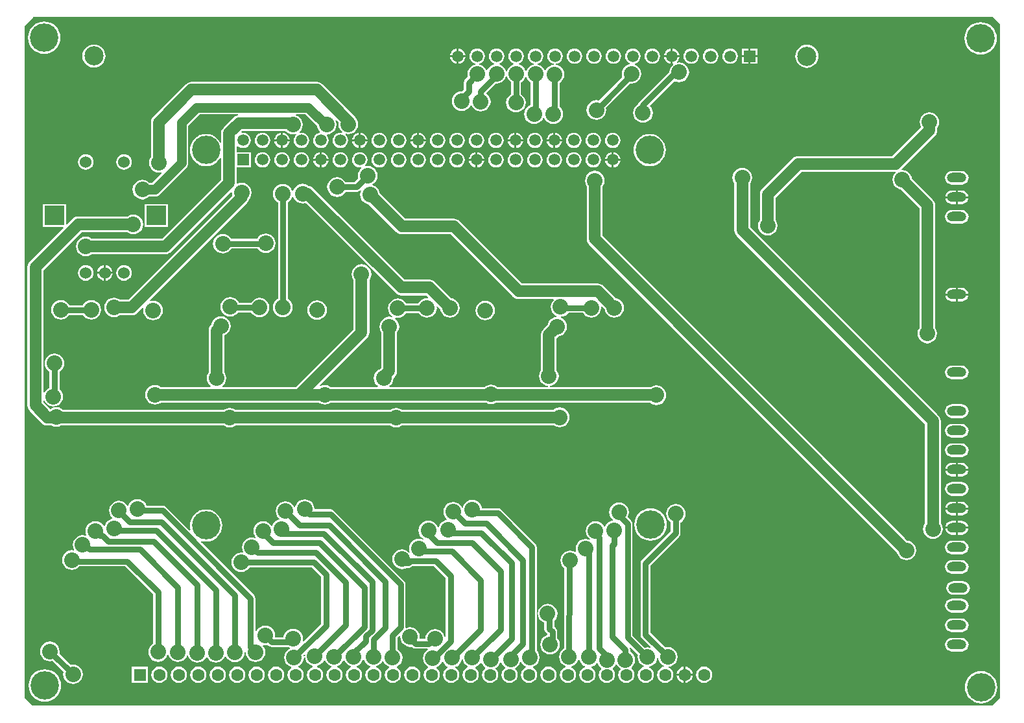
<source format=gbl>
%FSLAX44Y44*%
%MOMM*%
G71*
G01*
G75*
G04 Layer_Physical_Order=2*
G04 Layer_Color=16711680*
%ADD10C,0.7620*%
%ADD11C,1.5240*%
%ADD12C,1.2700*%
%ADD13C,2.5000*%
%ADD14C,3.7000*%
%ADD15C,1.5000*%
%ADD16R,1.5000X1.5000*%
%ADD17O,2.5400X1.2700*%
%ADD18R,1.6000X1.6000*%
%ADD19C,1.6000*%
%ADD20R,2.5000X2.5000*%
%ADD21C,1.5240*%
%ADD22C,2.0320*%
G36*
X1458634Y1152020D02*
X1458474Y1151861D01*
Y272281D01*
Y271151D01*
X1448943Y261620D01*
X1448816Y261747D01*
X195580D01*
X185547Y271780D01*
X185063Y272264D01*
Y1149249D01*
X196280Y1160692D01*
X196439Y1160851D01*
X1449803D01*
X1458634Y1152020D01*
D02*
G37*
%LPC*%
G36*
X1401139Y797306D02*
X1387260D01*
X1387398Y796255D01*
X1388294Y794093D01*
X1389719Y792236D01*
X1391576Y790811D01*
X1393738Y789915D01*
X1396059Y789609D01*
X1401139D01*
Y797306D01*
D02*
G37*
G36*
X1417559D02*
X1403679D01*
Y789609D01*
X1408759D01*
X1411080Y789915D01*
X1413242Y790811D01*
X1415100Y792236D01*
X1416525Y794093D01*
X1417420Y796255D01*
X1417559Y797306D01*
D02*
G37*
G36*
X453644Y795257D02*
X450329Y794820D01*
X447239Y793540D01*
X444586Y791505D01*
X442551Y788852D01*
X441271Y785762D01*
X440834Y782447D01*
X441271Y779132D01*
X442551Y776042D01*
X444586Y773389D01*
X447239Y771354D01*
X450329Y770074D01*
X453644Y769637D01*
X456959Y770074D01*
X460049Y771354D01*
X462702Y773389D01*
X464002Y775084D01*
X481085D01*
X483067Y772500D01*
X485720Y770465D01*
X488810Y769185D01*
X492125Y768748D01*
X495440Y769185D01*
X498530Y770465D01*
X501183Y772500D01*
X503218Y775153D01*
X504498Y778243D01*
X504935Y781558D01*
X504498Y784873D01*
X503218Y787963D01*
X501183Y790616D01*
X498530Y792651D01*
X495440Y793931D01*
X492125Y794368D01*
X488810Y793931D01*
X485720Y792651D01*
X483067Y790616D01*
X481085Y788032D01*
X465077D01*
X464737Y788852D01*
X462702Y791505D01*
X460049Y793540D01*
X456959Y794820D01*
X453644Y795257D01*
D02*
G37*
G36*
X272449Y791447D02*
X269134Y791010D01*
X266045Y789730D01*
X263392Y787695D01*
X261356Y785042D01*
X261227Y784730D01*
X243759D01*
X243630Y785042D01*
X241595Y787695D01*
X238942Y789730D01*
X235852Y791010D01*
X232537Y791447D01*
X229222Y791010D01*
X226132Y789730D01*
X223479Y787695D01*
X221444Y785042D01*
X220164Y781952D01*
X219727Y778637D01*
X220164Y775322D01*
X221444Y772232D01*
X223479Y769579D01*
X226132Y767544D01*
X229222Y766264D01*
X232537Y765827D01*
X235852Y766264D01*
X238942Y767544D01*
X241595Y769579D01*
X243285Y771782D01*
X261702D01*
X263392Y769579D01*
X266045Y767544D01*
X269134Y766264D01*
X272449Y765827D01*
X275765Y766264D01*
X278854Y767544D01*
X281507Y769579D01*
X283543Y772232D01*
X284823Y775322D01*
X285259Y778637D01*
X284823Y781952D01*
X283543Y785042D01*
X281507Y787695D01*
X278854Y789730D01*
X275765Y791010D01*
X272449Y791447D01*
D02*
G37*
G36*
X1401139Y807543D02*
X1396059D01*
X1393738Y807237D01*
X1391576Y806341D01*
X1389719Y804916D01*
X1388294Y803059D01*
X1387398Y800897D01*
X1387260Y799846D01*
X1401139D01*
Y807543D01*
D02*
G37*
G36*
X315176Y837018D02*
X312524Y836668D01*
X310052Y835645D01*
X307930Y834016D01*
X306301Y831894D01*
X305277Y829422D01*
X304928Y826770D01*
X305277Y824118D01*
X306301Y821646D01*
X307930Y819524D01*
X310052Y817895D01*
X312524Y816871D01*
X315176Y816522D01*
X317828Y816871D01*
X320300Y817895D01*
X322422Y819524D01*
X324051Y821646D01*
X325074Y824118D01*
X325424Y826770D01*
X325074Y829422D01*
X324051Y831894D01*
X322422Y834016D01*
X320300Y835645D01*
X317828Y836668D01*
X315176Y837018D01*
D02*
G37*
G36*
X288906Y825500D02*
X280096D01*
X280278Y824118D01*
X281301Y821646D01*
X282930Y819524D01*
X285052Y817895D01*
X287524Y816871D01*
X288906Y816690D01*
Y825500D01*
D02*
G37*
G36*
X1408759Y807543D02*
X1403679D01*
Y799846D01*
X1417559D01*
X1417420Y800897D01*
X1416525Y803059D01*
X1415100Y804916D01*
X1413242Y806341D01*
X1411080Y807237D01*
X1408759Y807543D01*
D02*
G37*
G36*
X265176Y837018D02*
X262524Y836668D01*
X260052Y835645D01*
X257930Y834016D01*
X256301Y831894D01*
X255278Y829422D01*
X254928Y826770D01*
X255278Y824118D01*
X256301Y821646D01*
X257930Y819524D01*
X260052Y817895D01*
X262524Y816871D01*
X265176Y816522D01*
X267828Y816871D01*
X270300Y817895D01*
X272422Y819524D01*
X274051Y821646D01*
X275075Y824118D01*
X275424Y826770D01*
X275075Y829422D01*
X274051Y831894D01*
X272422Y834016D01*
X270300Y835645D01*
X267828Y836668D01*
X265176Y837018D01*
D02*
G37*
G36*
X567182Y791066D02*
X563867Y790629D01*
X560777Y789349D01*
X558124Y787314D01*
X556089Y784661D01*
X554809Y781571D01*
X554372Y778256D01*
X554809Y774941D01*
X556089Y771851D01*
X558124Y769198D01*
X560777Y767163D01*
X563867Y765883D01*
X567182Y765446D01*
X570497Y765883D01*
X573587Y767163D01*
X576240Y769198D01*
X578275Y771851D01*
X579555Y774941D01*
X579992Y778256D01*
X579555Y781571D01*
X578275Y784661D01*
X576240Y787314D01*
X573587Y789349D01*
X570497Y790629D01*
X567182Y791066D01*
D02*
G37*
G36*
X1408811Y578943D02*
X1403731D01*
Y571246D01*
X1417610D01*
X1417472Y572297D01*
X1416576Y574459D01*
X1415151Y576316D01*
X1413294Y577741D01*
X1411132Y578637D01*
X1408811Y578943D01*
D02*
G37*
G36*
Y604343D02*
X1396111D01*
X1393790Y604037D01*
X1391628Y603141D01*
X1389771Y601716D01*
X1388346Y599859D01*
X1387450Y597697D01*
X1387144Y595376D01*
X1387450Y593055D01*
X1388346Y590893D01*
X1389771Y589036D01*
X1391628Y587611D01*
X1393790Y586715D01*
X1396111Y586409D01*
X1408811D01*
X1411132Y586715D01*
X1413294Y587611D01*
X1415151Y589036D01*
X1416576Y590893D01*
X1417472Y593055D01*
X1417778Y595376D01*
X1417472Y597697D01*
X1416576Y599859D01*
X1415151Y601716D01*
X1413294Y603141D01*
X1411132Y604037D01*
X1408811Y604343D01*
D02*
G37*
G36*
X1417610Y568706D02*
X1403731D01*
Y561009D01*
X1408811D01*
X1411132Y561315D01*
X1413294Y562211D01*
X1415151Y563636D01*
X1416576Y565493D01*
X1417472Y567655D01*
X1417610Y568706D01*
D02*
G37*
G36*
X1401191Y578943D02*
X1396111D01*
X1393790Y578637D01*
X1391628Y577741D01*
X1389771Y576316D01*
X1388346Y574459D01*
X1387450Y572297D01*
X1387312Y571246D01*
X1401191D01*
Y578943D01*
D02*
G37*
G36*
X1408811Y629743D02*
X1396111D01*
X1393790Y629437D01*
X1391628Y628541D01*
X1389771Y627116D01*
X1388346Y625259D01*
X1387450Y623097D01*
X1387144Y620776D01*
X1387450Y618455D01*
X1388346Y616293D01*
X1389771Y614436D01*
X1391628Y613011D01*
X1393790Y612115D01*
X1396111Y611809D01*
X1408811D01*
X1411132Y612115D01*
X1413294Y613011D01*
X1415151Y614436D01*
X1416576Y616293D01*
X1417472Y618455D01*
X1417778Y620776D01*
X1417472Y623097D01*
X1416576Y625259D01*
X1415151Y627116D01*
X1413294Y628541D01*
X1411132Y629437D01*
X1408811Y629743D01*
D02*
G37*
G36*
X1366647Y1036430D02*
X1363332Y1035993D01*
X1360242Y1034713D01*
X1357589Y1032678D01*
X1355554Y1030025D01*
X1354274Y1026935D01*
X1353837Y1023620D01*
X1354274Y1020305D01*
X1355554Y1017215D01*
X1355874Y1016798D01*
X1318587Y979512D01*
X1195324D01*
X1192672Y979163D01*
X1190200Y978139D01*
X1188078Y976510D01*
X1188078Y976510D01*
X1148200Y936632D01*
X1146571Y934510D01*
X1145547Y932038D01*
X1145198Y929386D01*
X1145198Y929386D01*
Y895872D01*
X1144353Y894770D01*
X1143073Y891680D01*
X1142636Y888365D01*
X1143073Y885050D01*
X1144353Y881960D01*
X1146388Y879307D01*
X1149041Y877272D01*
X1152131Y875992D01*
X1155446Y875555D01*
X1158761Y875992D01*
X1161851Y877272D01*
X1164504Y879307D01*
X1166539Y881960D01*
X1167819Y885050D01*
X1168256Y888365D01*
X1167819Y891680D01*
X1166539Y894770D01*
X1165694Y895872D01*
Y925141D01*
X1199569Y959016D01*
X1322204D01*
X1322612Y957814D01*
X1322029Y957367D01*
X1319994Y954714D01*
X1318714Y951624D01*
X1318277Y948309D01*
X1318714Y944994D01*
X1319994Y941904D01*
X1322029Y939251D01*
X1324682Y937216D01*
X1327772Y935936D01*
X1329149Y935755D01*
X1353605Y911298D01*
Y755156D01*
X1352760Y754054D01*
X1351480Y750964D01*
X1351043Y747649D01*
X1351480Y744334D01*
X1352760Y741244D01*
X1354795Y738591D01*
X1357448Y736556D01*
X1360538Y735276D01*
X1363853Y734839D01*
X1367168Y735276D01*
X1370258Y736556D01*
X1372911Y738591D01*
X1374946Y741244D01*
X1376226Y744334D01*
X1376663Y747649D01*
X1376226Y750964D01*
X1374946Y754054D01*
X1374101Y755156D01*
Y915543D01*
X1373752Y918195D01*
X1373327Y919219D01*
X1372728Y920667D01*
X1371099Y922789D01*
X1371099Y922789D01*
X1343641Y950247D01*
X1343460Y951624D01*
X1342180Y954714D01*
X1340145Y957367D01*
X1337492Y959402D01*
X1334402Y960682D01*
X1331087Y961119D01*
X1330848Y961087D01*
X1330287Y962226D01*
X1373893Y1005833D01*
X1373893Y1005833D01*
X1374815Y1007034D01*
X1375522Y1007955D01*
X1376546Y1010427D01*
X1376895Y1013079D01*
X1376895Y1013079D01*
X1376895Y1013079D01*
Y1013079D01*
Y1016113D01*
X1377740Y1017215D01*
X1379020Y1020305D01*
X1379457Y1023620D01*
X1379020Y1026935D01*
X1377740Y1030025D01*
X1375705Y1032678D01*
X1373052Y1034713D01*
X1369962Y1035993D01*
X1366647Y1036430D01*
D02*
G37*
G36*
X786765Y790685D02*
X783450Y790248D01*
X780360Y788968D01*
X777707Y786933D01*
X775672Y784280D01*
X774392Y781190D01*
X773955Y777875D01*
X774392Y774560D01*
X775672Y771470D01*
X777707Y768817D01*
X780360Y766782D01*
X783450Y765502D01*
X786765Y765065D01*
X790080Y765502D01*
X793170Y766782D01*
X795823Y768817D01*
X797858Y771470D01*
X799138Y774560D01*
X799575Y777875D01*
X799138Y781190D01*
X797858Y784280D01*
X795823Y786933D01*
X793170Y788968D01*
X790080Y790248D01*
X786765Y790685D01*
D02*
G37*
G36*
X1408811Y655397D02*
X1396111D01*
X1393790Y655091D01*
X1391628Y654195D01*
X1389771Y652770D01*
X1388346Y650913D01*
X1387450Y648751D01*
X1387144Y646430D01*
X1387450Y644109D01*
X1388346Y641947D01*
X1389771Y640090D01*
X1391628Y638665D01*
X1393790Y637769D01*
X1396111Y637463D01*
X1408811D01*
X1411132Y637769D01*
X1413294Y638665D01*
X1415151Y640090D01*
X1416576Y641947D01*
X1417472Y644109D01*
X1417778Y646430D01*
X1417472Y648751D01*
X1416576Y650913D01*
X1415151Y652770D01*
X1413294Y654195D01*
X1411132Y655091D01*
X1408811Y655397D01*
D02*
G37*
G36*
Y705943D02*
X1396111D01*
X1393790Y705637D01*
X1391628Y704741D01*
X1389771Y703316D01*
X1388346Y701459D01*
X1387450Y699297D01*
X1387144Y696976D01*
X1387450Y694655D01*
X1388346Y692493D01*
X1389771Y690636D01*
X1391628Y689211D01*
X1393790Y688315D01*
X1396111Y688009D01*
X1408811D01*
X1411132Y688315D01*
X1413294Y689211D01*
X1415151Y690636D01*
X1416576Y692493D01*
X1417472Y694655D01*
X1417778Y696976D01*
X1417472Y699297D01*
X1416576Y701459D01*
X1415151Y703316D01*
X1413294Y704741D01*
X1411132Y705637D01*
X1408811Y705943D01*
D02*
G37*
G36*
X300257Y825500D02*
X291446D01*
Y816690D01*
X292829Y816871D01*
X295300Y817895D01*
X297422Y819524D01*
X299051Y821646D01*
X300075Y824118D01*
X300257Y825500D01*
D02*
G37*
G36*
X265176Y982018D02*
X262524Y981668D01*
X260052Y980645D01*
X257930Y979016D01*
X256301Y976894D01*
X255278Y974422D01*
X254928Y971770D01*
X255278Y969118D01*
X256301Y966646D01*
X257930Y964524D01*
X260052Y962895D01*
X262524Y961871D01*
X265176Y961522D01*
X267828Y961871D01*
X270300Y962895D01*
X272422Y964524D01*
X274051Y966646D01*
X275075Y969118D01*
X275424Y971770D01*
X275075Y974422D01*
X274051Y976894D01*
X272422Y979016D01*
X270300Y980645D01*
X267828Y981668D01*
X265176Y982018D01*
D02*
G37*
G36*
X315176D02*
X312524Y981668D01*
X310052Y980645D01*
X307930Y979016D01*
X306301Y976894D01*
X305277Y974422D01*
X304928Y971770D01*
X305277Y969118D01*
X306301Y966646D01*
X307930Y964524D01*
X310052Y962895D01*
X312524Y961871D01*
X315176Y961522D01*
X317828Y961871D01*
X320300Y962895D01*
X322422Y964524D01*
X324051Y966646D01*
X325074Y969118D01*
X325424Y971770D01*
X325074Y974422D01*
X324051Y976894D01*
X322422Y979016D01*
X320300Y980645D01*
X317828Y981668D01*
X315176Y982018D01*
D02*
G37*
G36*
X1408759Y959943D02*
X1396059D01*
X1393738Y959637D01*
X1391576Y958741D01*
X1389719Y957316D01*
X1388294Y955459D01*
X1387398Y953297D01*
X1387092Y950976D01*
X1387398Y948655D01*
X1388294Y946493D01*
X1389719Y944636D01*
X1391576Y943211D01*
X1393738Y942315D01*
X1396059Y942009D01*
X1408759D01*
X1411080Y942315D01*
X1413242Y943211D01*
X1415100Y944636D01*
X1416525Y946493D01*
X1417420Y948655D01*
X1417726Y950976D01*
X1417420Y953297D01*
X1416525Y955459D01*
X1415100Y957316D01*
X1413242Y958741D01*
X1411080Y959637D01*
X1408759Y959943D01*
D02*
G37*
G36*
X623062Y984598D02*
X620441Y984253D01*
X617999Y983241D01*
X615901Y981632D01*
X614292Y979534D01*
X613280Y977092D01*
X612935Y974471D01*
X613280Y971850D01*
X614292Y969408D01*
X615901Y967310D01*
X617999Y965701D01*
X620441Y964689D01*
X623062Y964344D01*
X624546Y964540D01*
X625032Y963366D01*
X624164Y962701D01*
X622129Y960048D01*
X620849Y956958D01*
X620412Y953643D01*
X620837Y950415D01*
X615872Y945449D01*
X604193D01*
X602211Y948032D01*
X599558Y950068D01*
X596469Y951348D01*
X593153Y951784D01*
X589838Y951348D01*
X586749Y950068D01*
X584096Y948032D01*
X582060Y945379D01*
X580780Y942290D01*
X580344Y938975D01*
X580780Y935659D01*
X582060Y932570D01*
X584096Y929917D01*
X586749Y927881D01*
X589838Y926601D01*
X593153Y926165D01*
X596469Y926601D01*
X599558Y927881D01*
X602211Y929917D01*
X604193Y932500D01*
X618554D01*
X621031Y932993D01*
X623132Y934396D01*
X623604Y934869D01*
X624660Y934164D01*
X623897Y932320D01*
X623460Y929005D01*
X623897Y925690D01*
X625177Y922600D01*
X627212Y919947D01*
X629865Y917912D01*
X632955Y916632D01*
X634332Y916451D01*
X670680Y880103D01*
X670680Y880103D01*
X672802Y878474D01*
X675274Y877450D01*
X677926Y877101D01*
X741626D01*
X823207Y795521D01*
X825329Y793892D01*
X827801Y792868D01*
X830453Y792519D01*
X875618D01*
X876005Y791378D01*
X873970Y788725D01*
X872690Y785635D01*
X872253Y782320D01*
X872690Y779005D01*
X873970Y775915D01*
X876005Y773262D01*
X878658Y771227D01*
X880072Y770641D01*
X879906Y769382D01*
X877303Y769039D01*
X874213Y767759D01*
X871560Y765724D01*
X869525Y763071D01*
X868245Y759981D01*
X868064Y758604D01*
X862577Y753117D01*
X860948Y750995D01*
X859924Y748523D01*
X859575Y745871D01*
X859575Y745871D01*
Y699403D01*
X858730Y698301D01*
X857450Y695211D01*
X857013Y691896D01*
X857450Y688581D01*
X858730Y685491D01*
X860765Y682838D01*
X863418Y680803D01*
X866508Y679523D01*
X868345Y679281D01*
X868262Y678014D01*
X802427D01*
X800663Y679367D01*
X797573Y680647D01*
X794258Y681084D01*
X790943Y680647D01*
X787853Y679367D01*
X786089Y678014D01*
X661940D01*
X661532Y679216D01*
X663108Y680425D01*
X665143Y683078D01*
X666423Y686168D01*
X666835Y689300D01*
X668789Y691254D01*
X670418Y693376D01*
X671441Y695848D01*
X671791Y698500D01*
X671791Y698500D01*
Y749286D01*
X672636Y750388D01*
X673916Y753478D01*
X674353Y756793D01*
X673916Y760108D01*
X672636Y763198D01*
X670601Y765851D01*
X668788Y767242D01*
X669277Y768423D01*
X672592Y767986D01*
X675907Y768423D01*
X678997Y769703D01*
X681650Y771738D01*
X683632Y774322D01*
X700042D01*
X701634Y772246D01*
X704287Y770211D01*
X707377Y768931D01*
X710692Y768494D01*
X714007Y768931D01*
X717097Y770211D01*
X719750Y772246D01*
X721785Y774899D01*
X723065Y777989D01*
X723502Y781304D01*
X723374Y782274D01*
X724513Y782836D01*
X727983Y779366D01*
X728164Y777989D01*
X729444Y774899D01*
X731479Y772246D01*
X734132Y770211D01*
X737222Y768931D01*
X740537Y768494D01*
X743852Y768931D01*
X746942Y770211D01*
X749595Y772246D01*
X751630Y774899D01*
X752910Y777989D01*
X753347Y781304D01*
X752910Y784619D01*
X751630Y787709D01*
X749595Y790362D01*
X746942Y792397D01*
X743852Y793677D01*
X742475Y793858D01*
X721367Y814966D01*
X719245Y816595D01*
X716773Y817618D01*
X714121Y817968D01*
X714121Y817968D01*
X681790D01*
X562109Y937648D01*
X559987Y939277D01*
X557515Y940301D01*
X555953Y940506D01*
X554664Y941495D01*
X551574Y942775D01*
X548259Y943212D01*
X544944Y942775D01*
X541854Y941495D01*
X539201Y939460D01*
X537166Y936807D01*
X535886Y933717D01*
X534490Y933901D01*
X533444Y936426D01*
X531409Y939079D01*
X528756Y941114D01*
X525666Y942394D01*
X522351Y942831D01*
X519036Y942394D01*
X515946Y941114D01*
X513293Y939079D01*
X511258Y936426D01*
X509978Y933336D01*
X509541Y930021D01*
X509978Y926706D01*
X511258Y923616D01*
X513293Y920963D01*
X515946Y918928D01*
X516131Y918851D01*
Y792982D01*
X515946Y792905D01*
X513293Y790870D01*
X511258Y788217D01*
X509978Y785127D01*
X509541Y781812D01*
X509978Y778497D01*
X511258Y775407D01*
X513293Y772754D01*
X515946Y770719D01*
X519036Y769439D01*
X522351Y769002D01*
X525666Y769439D01*
X528756Y770719D01*
X531409Y772754D01*
X533444Y775407D01*
X534724Y778497D01*
X535161Y781812D01*
X534724Y785127D01*
X533444Y788217D01*
X531409Y790870D01*
X529079Y792657D01*
Y919176D01*
X531409Y920963D01*
X533444Y923616D01*
X534724Y926706D01*
X536120Y926522D01*
X537166Y923997D01*
X539201Y921344D01*
X541854Y919309D01*
X544944Y918029D01*
X548259Y917592D01*
X551574Y918029D01*
X552401Y918371D01*
X670299Y800474D01*
X670299Y800474D01*
X672421Y798845D01*
X672421Y798845D01*
X672421Y798845D01*
D01*
X672421Y798845D01*
X672421Y798845D01*
X674893Y797822D01*
X677545Y797472D01*
X677545Y797472D01*
X709876D01*
X712224Y795125D01*
X711662Y793986D01*
X710692Y794114D01*
X707377Y793677D01*
X704287Y792397D01*
X701634Y790362D01*
X699599Y787709D01*
X699417Y787270D01*
X683632D01*
X681650Y789854D01*
X678997Y791889D01*
X675907Y793169D01*
X672592Y793606D01*
X669277Y793169D01*
X666187Y791889D01*
X663534Y789854D01*
X661499Y787201D01*
X660219Y784111D01*
X659782Y780796D01*
X660219Y777481D01*
X661499Y774391D01*
X663534Y771738D01*
X665348Y770347D01*
X664858Y769166D01*
X661543Y769603D01*
X658228Y769166D01*
X655138Y767886D01*
X652485Y765851D01*
X650450Y763198D01*
X649170Y760108D01*
X648733Y756793D01*
X649170Y753478D01*
X650450Y750388D01*
X651295Y749286D01*
Y702745D01*
X650175Y701624D01*
X647645Y700576D01*
X644992Y698541D01*
X642957Y695888D01*
X641677Y692798D01*
X641240Y689483D01*
X641677Y686168D01*
X642957Y683078D01*
X644992Y680425D01*
X646568Y679216D01*
X646160Y678014D01*
X584722D01*
X583620Y678859D01*
X580530Y680139D01*
X577215Y680576D01*
X573900Y680139D01*
X571410Y679108D01*
X570704Y680164D01*
X632467Y741927D01*
X632467Y741927D01*
X633389Y743128D01*
X634096Y744049D01*
X635120Y746521D01*
X635469Y749173D01*
X635469Y749173D01*
X635469Y749173D01*
Y749173D01*
Y817866D01*
X636314Y818968D01*
X637594Y822058D01*
X638031Y825373D01*
X637594Y828688D01*
X636314Y831778D01*
X634279Y834431D01*
X631626Y836466D01*
X628536Y837746D01*
X625221Y838183D01*
X621906Y837746D01*
X618816Y836466D01*
X616163Y834431D01*
X614128Y831778D01*
X612848Y828688D01*
X612411Y825373D01*
X612848Y822058D01*
X614128Y818968D01*
X614973Y817866D01*
Y753418D01*
X539569Y678014D01*
X443920D01*
X443512Y679216D01*
X444922Y680298D01*
X446957Y682951D01*
X448237Y686041D01*
X448674Y689356D01*
X448237Y692671D01*
X446957Y695761D01*
X446112Y696863D01*
Y745633D01*
X448111Y746462D01*
X450764Y748497D01*
X452799Y751150D01*
X454079Y754240D01*
X454516Y757555D01*
X454079Y760870D01*
X452799Y763960D01*
X450764Y766613D01*
X448111Y768648D01*
X445021Y769928D01*
X441706Y770365D01*
X438391Y769928D01*
X435301Y768648D01*
X432648Y766613D01*
X430613Y763960D01*
X429333Y760870D01*
X429152Y759493D01*
X428618Y758959D01*
X426989Y756837D01*
X425965Y754365D01*
X425616Y751713D01*
X425616Y751713D01*
Y696863D01*
X424771Y695761D01*
X423491Y692671D01*
X423054Y689356D01*
X423491Y686041D01*
X424771Y682951D01*
X426806Y680298D01*
X428216Y679216D01*
X427808Y678014D01*
X363107D01*
X362005Y678859D01*
X358915Y680139D01*
X355600Y680576D01*
X352285Y680139D01*
X349195Y678859D01*
X346542Y676824D01*
X344507Y674171D01*
X343227Y671081D01*
X342790Y667766D01*
X343227Y664451D01*
X344507Y661361D01*
X346542Y658708D01*
X349195Y656673D01*
X352285Y655393D01*
X355600Y654956D01*
X358915Y655393D01*
X362005Y656673D01*
X363107Y657518D01*
X543814D01*
X543814Y657518D01*
X543814Y657518D01*
X569708D01*
X570810Y656673D01*
X573900Y655393D01*
X577215Y654956D01*
X580530Y655393D01*
X583620Y656673D01*
X584722Y657518D01*
X787413D01*
X787853Y657181D01*
X790943Y655901D01*
X794258Y655464D01*
X797573Y655901D01*
X800663Y657181D01*
X801103Y657518D01*
X1001951D01*
X1003880Y656038D01*
X1006970Y654758D01*
X1010285Y654321D01*
X1013600Y654758D01*
X1016690Y656038D01*
X1019343Y658073D01*
X1021378Y660726D01*
X1022658Y663816D01*
X1023095Y667131D01*
X1022658Y670446D01*
X1021378Y673536D01*
X1019343Y676189D01*
X1016690Y678224D01*
X1013600Y679504D01*
X1010285Y679941D01*
X1006970Y679504D01*
X1003880Y678224D01*
X1003606Y678014D01*
X871384D01*
X871301Y679281D01*
X873138Y679523D01*
X876228Y680803D01*
X878881Y682838D01*
X880916Y685491D01*
X882196Y688581D01*
X882633Y691896D01*
X882196Y695211D01*
X880916Y698301D01*
X880071Y699403D01*
Y741626D01*
X882556Y744112D01*
X883933Y744293D01*
X887023Y745573D01*
X889676Y747608D01*
X891711Y750261D01*
X892991Y753351D01*
X893428Y756666D01*
X892991Y759981D01*
X891711Y763071D01*
X889676Y765724D01*
X887023Y767759D01*
X885609Y768345D01*
X885775Y769604D01*
X888378Y769947D01*
X891468Y771227D01*
X894121Y773262D01*
X895323Y774830D01*
X914155D01*
X916137Y772246D01*
X918790Y770211D01*
X921880Y768931D01*
X925195Y768494D01*
X928510Y768931D01*
X931600Y770211D01*
X934253Y772246D01*
X936288Y774899D01*
X937568Y777989D01*
X938005Y781304D01*
X937838Y782567D01*
X938977Y783128D01*
X942740Y779366D01*
X942921Y777989D01*
X944201Y774899D01*
X946236Y772246D01*
X948889Y770211D01*
X951979Y768931D01*
X955294Y768494D01*
X958609Y768931D01*
X961699Y770211D01*
X964352Y772246D01*
X966387Y774899D01*
X967667Y777989D01*
X968104Y781304D01*
X967667Y784619D01*
X966387Y787709D01*
X964352Y790362D01*
X961699Y792397D01*
X958609Y793677D01*
X957232Y793858D01*
X941077Y810013D01*
X938955Y811642D01*
X936483Y812665D01*
X933831Y813015D01*
X933831Y813015D01*
X834698D01*
X753117Y894595D01*
X750995Y896224D01*
X748523Y897247D01*
X745871Y897597D01*
X745871Y897597D01*
X682171D01*
X648824Y930943D01*
X648643Y932320D01*
X647363Y935410D01*
X645328Y938063D01*
X642675Y940098D01*
X640221Y941115D01*
X639627Y942550D01*
Y942550D01*
X639627Y942550D01*
Y942550D01*
X642280Y944585D01*
X644315Y947238D01*
X645595Y950328D01*
X646032Y953643D01*
X645595Y956958D01*
X644315Y960048D01*
X642280Y962701D01*
X639627Y964736D01*
X636537Y966016D01*
X633222Y966453D01*
X630685Y966118D01*
X630198Y967292D01*
X630223Y967310D01*
X631832Y969408D01*
X632844Y971850D01*
X633189Y974471D01*
X632844Y977092D01*
X631832Y979534D01*
X630223Y981632D01*
X628125Y983241D01*
X625683Y984253D01*
X623062Y984598D01*
D02*
G37*
G36*
X496062D02*
X493441Y984253D01*
X490999Y983241D01*
X488901Y981632D01*
X487292Y979534D01*
X486280Y977092D01*
X485935Y974471D01*
X486280Y971850D01*
X487292Y969408D01*
X488901Y967310D01*
X490999Y965701D01*
X493441Y964689D01*
X496062Y964344D01*
X498683Y964689D01*
X501125Y965701D01*
X503223Y967310D01*
X504832Y969408D01*
X505844Y971850D01*
X506189Y974471D01*
X505844Y977092D01*
X504832Y979534D01*
X503223Y981632D01*
X501125Y983241D01*
X498683Y984253D01*
X496062Y984598D01*
D02*
G37*
G36*
X597662D02*
X595041Y984253D01*
X592599Y983241D01*
X590501Y981632D01*
X588892Y979534D01*
X587880Y977092D01*
X587535Y974471D01*
X587880Y971850D01*
X588892Y969408D01*
X590501Y967310D01*
X592599Y965701D01*
X595041Y964689D01*
X597662Y964344D01*
X600283Y964689D01*
X602725Y965701D01*
X604823Y967310D01*
X606432Y969408D01*
X607444Y971850D01*
X607789Y974471D01*
X607444Y977092D01*
X606432Y979534D01*
X604823Y981632D01*
X602725Y983241D01*
X600283Y984253D01*
X597662Y984598D01*
D02*
G37*
G36*
X648462D02*
X645841Y984253D01*
X643399Y983241D01*
X641301Y981632D01*
X639692Y979534D01*
X638680Y977092D01*
X638335Y974471D01*
X638680Y971850D01*
X639692Y969408D01*
X641301Y967310D01*
X643399Y965701D01*
X645841Y964689D01*
X648462Y964344D01*
X651083Y964689D01*
X653525Y965701D01*
X655623Y967310D01*
X657232Y969408D01*
X658244Y971850D01*
X658589Y974471D01*
X658244Y977092D01*
X657232Y979534D01*
X655623Y981632D01*
X653525Y983241D01*
X651083Y984253D01*
X648462Y984598D01*
D02*
G37*
G36*
X521462D02*
X518841Y984253D01*
X516399Y983241D01*
X514301Y981632D01*
X512692Y979534D01*
X511680Y977092D01*
X511335Y974471D01*
X511680Y971850D01*
X512692Y969408D01*
X514301Y967310D01*
X516399Y965701D01*
X518841Y964689D01*
X521462Y964344D01*
X524083Y964689D01*
X526525Y965701D01*
X528623Y967310D01*
X530232Y969408D01*
X531244Y971850D01*
X531589Y974471D01*
X531244Y977092D01*
X530232Y979534D01*
X528623Y981632D01*
X526525Y983241D01*
X524083Y984253D01*
X521462Y984598D01*
D02*
G37*
G36*
X546862D02*
X544241Y984253D01*
X541799Y983241D01*
X539701Y981632D01*
X538092Y979534D01*
X537080Y977092D01*
X536735Y974471D01*
X537080Y971850D01*
X538092Y969408D01*
X539701Y967310D01*
X541799Y965701D01*
X544241Y964689D01*
X546862Y964344D01*
X549483Y964689D01*
X551925Y965701D01*
X554023Y967310D01*
X555632Y969408D01*
X556644Y971850D01*
X556989Y974471D01*
X556644Y977092D01*
X555632Y979534D01*
X554023Y981632D01*
X551925Y983241D01*
X549483Y984253D01*
X546862Y984598D01*
D02*
G37*
G36*
X1408759Y934543D02*
X1403679D01*
Y926846D01*
X1417559D01*
X1417420Y927897D01*
X1416525Y930059D01*
X1415100Y931916D01*
X1413242Y933341D01*
X1411080Y934237D01*
X1408759Y934543D01*
D02*
G37*
G36*
X500126Y878315D02*
X496811Y877878D01*
X493721Y876598D01*
X491068Y874563D01*
X489033Y871910D01*
X488904Y871598D01*
X455159D01*
X453177Y874182D01*
X450524Y876217D01*
X447434Y877497D01*
X444119Y877934D01*
X440804Y877497D01*
X437714Y876217D01*
X435061Y874182D01*
X433026Y871529D01*
X431746Y868439D01*
X431309Y865124D01*
X431746Y861809D01*
X433026Y858719D01*
X435061Y856066D01*
X437714Y854031D01*
X440804Y852751D01*
X444119Y852314D01*
X447434Y852751D01*
X450524Y854031D01*
X453177Y856066D01*
X455159Y858650D01*
X489378D01*
X491068Y856447D01*
X493721Y854412D01*
X496811Y853132D01*
X500126Y852695D01*
X503441Y853132D01*
X506531Y854412D01*
X509184Y856447D01*
X511219Y859100D01*
X512499Y862190D01*
X512936Y865505D01*
X512499Y868820D01*
X511219Y871910D01*
X509184Y874563D01*
X506531Y876598D01*
X503441Y877878D01*
X500126Y878315D01*
D02*
G37*
G36*
X239216Y916810D02*
X209136D01*
Y886730D01*
X235324D01*
X235810Y885557D01*
X192144Y841890D01*
X190515Y839768D01*
X189492Y837296D01*
X189142Y834644D01*
X189142Y834644D01*
Y653669D01*
X189142Y653669D01*
X189492Y651017D01*
X190515Y648545D01*
X192144Y646423D01*
X207951Y630616D01*
X207951Y630616D01*
X209152Y629694D01*
X210073Y628987D01*
X212545Y627964D01*
X215197Y627614D01*
X220258D01*
X220290Y627590D01*
X223380Y626310D01*
X226695Y625873D01*
X230010Y626310D01*
X233100Y627590D01*
X233132Y627614D01*
X445540D01*
X446731Y626701D01*
X449821Y625421D01*
X453136Y624984D01*
X456451Y625421D01*
X459541Y626701D01*
X460732Y627614D01*
X662837D01*
X664028Y626701D01*
X667118Y625421D01*
X670433Y624984D01*
X673748Y625421D01*
X676838Y626701D01*
X678029Y627614D01*
X876986D01*
X877515Y627209D01*
X880605Y625929D01*
X883920Y625492D01*
X887235Y625929D01*
X890325Y627209D01*
X892978Y629244D01*
X895013Y631897D01*
X896293Y634987D01*
X896730Y638302D01*
X896293Y641617D01*
X895013Y644707D01*
X892978Y647360D01*
X890325Y649395D01*
X887235Y650675D01*
X883920Y651112D01*
X880605Y650675D01*
X877515Y649395D01*
X875840Y648110D01*
X677851D01*
X676838Y648887D01*
X673748Y650167D01*
X670433Y650604D01*
X667118Y650167D01*
X664028Y648887D01*
X663015Y648110D01*
X460554D01*
X459541Y648887D01*
X456451Y650167D01*
X453136Y650604D01*
X449821Y650167D01*
X446731Y648887D01*
X445718Y648110D01*
X235272D01*
X233100Y649776D01*
X230010Y651056D01*
X226695Y651493D01*
X223380Y651056D01*
X220290Y649776D01*
X218867Y648684D01*
X209638Y657914D01*
Y660766D01*
X210883Y661014D01*
X211792Y658821D01*
X213827Y656168D01*
X216480Y654133D01*
X219570Y652853D01*
X222885Y652416D01*
X226200Y652853D01*
X229290Y654133D01*
X231943Y656168D01*
X233978Y658821D01*
X235258Y661911D01*
X235695Y665226D01*
X235258Y668541D01*
X233978Y671631D01*
X231943Y674284D01*
X230756Y675194D01*
Y697620D01*
X233340Y699602D01*
X235375Y702255D01*
X236655Y705345D01*
X237092Y708660D01*
X236655Y711975D01*
X235375Y715065D01*
X233340Y717718D01*
X230687Y719753D01*
X227597Y721033D01*
X224282Y721470D01*
X220967Y721033D01*
X217877Y719753D01*
X215224Y717718D01*
X213189Y715065D01*
X211909Y711975D01*
X211472Y708660D01*
X211909Y705345D01*
X213189Y702255D01*
X215224Y699602D01*
X217808Y697620D01*
Y676869D01*
X216480Y676319D01*
X213827Y674284D01*
X211792Y671631D01*
X210883Y669438D01*
X209638Y669686D01*
Y830399D01*
X259515Y880276D01*
X319314D01*
X320747Y879177D01*
X323837Y877897D01*
X327152Y877460D01*
X330467Y877897D01*
X333557Y879177D01*
X336210Y881212D01*
X338245Y883865D01*
X339525Y886955D01*
X339962Y890270D01*
X339525Y893585D01*
X338245Y896675D01*
X336210Y899328D01*
X333557Y901363D01*
X330467Y902643D01*
X327152Y903080D01*
X323837Y902643D01*
X320747Y901363D01*
X319976Y900772D01*
X255270D01*
X255270Y900772D01*
X252618Y900423D01*
X250146Y899399D01*
X248024Y897770D01*
X240389Y890136D01*
X239216Y890622D01*
Y916810D01*
D02*
G37*
G36*
X288906Y836851D02*
X287524Y836668D01*
X285052Y835645D01*
X282930Y834016D01*
X281301Y831894D01*
X280278Y829422D01*
X280096Y828040D01*
X288906D01*
Y836851D01*
D02*
G37*
G36*
X291446D02*
Y828040D01*
X300257D01*
X300075Y829422D01*
X299051Y831894D01*
X297422Y834016D01*
X295300Y835645D01*
X292829Y836668D01*
X291446Y836851D01*
D02*
G37*
G36*
X372216Y916810D02*
X342136D01*
Y886730D01*
X372216D01*
Y916810D01*
D02*
G37*
G36*
X1417559Y924306D02*
X1403679D01*
Y916609D01*
X1408759D01*
X1411080Y916915D01*
X1413242Y917811D01*
X1415100Y919236D01*
X1416525Y921093D01*
X1417420Y923255D01*
X1417559Y924306D01*
D02*
G37*
G36*
X1401139Y934543D02*
X1396059D01*
X1393738Y934237D01*
X1391576Y933341D01*
X1389719Y931916D01*
X1388294Y930059D01*
X1387398Y927897D01*
X1387260Y926846D01*
X1401139D01*
Y934543D01*
D02*
G37*
G36*
X1408811Y909143D02*
X1396111D01*
X1393790Y908837D01*
X1391628Y907941D01*
X1389771Y906516D01*
X1388346Y904659D01*
X1387450Y902497D01*
X1387144Y900176D01*
X1387450Y897855D01*
X1388346Y895693D01*
X1389771Y893836D01*
X1391628Y892411D01*
X1393790Y891515D01*
X1396111Y891209D01*
X1408811D01*
X1411132Y891515D01*
X1413294Y892411D01*
X1415151Y893836D01*
X1416576Y895693D01*
X1417472Y897855D01*
X1417778Y900176D01*
X1417472Y902497D01*
X1416576Y904659D01*
X1415151Y906516D01*
X1413294Y907941D01*
X1411132Y908837D01*
X1408811Y909143D01*
D02*
G37*
G36*
X1401139Y924306D02*
X1387260D01*
X1387398Y923255D01*
X1388294Y921093D01*
X1389719Y919236D01*
X1391576Y917811D01*
X1393738Y916915D01*
X1396059Y916609D01*
X1401139D01*
Y924306D01*
D02*
G37*
G36*
X1401191Y568706D02*
X1387312D01*
X1387450Y567655D01*
X1388346Y565493D01*
X1389771Y563636D01*
X1391628Y562211D01*
X1393790Y561315D01*
X1396111Y561009D01*
X1401191D01*
Y568706D01*
D02*
G37*
G36*
X1072388Y312764D02*
X1069637Y312402D01*
X1067073Y311340D01*
X1064871Y309650D01*
X1063181Y307449D01*
X1062119Y304884D01*
X1061757Y302133D01*
X1062119Y299382D01*
X1063181Y296817D01*
X1064871Y294616D01*
X1067073Y292926D01*
X1069637Y291864D01*
X1072388Y291502D01*
X1075139Y291864D01*
X1077703Y292926D01*
X1079905Y294616D01*
X1081595Y296817D01*
X1082657Y299382D01*
X1083019Y302133D01*
X1082657Y304884D01*
X1081595Y307449D01*
X1079905Y309650D01*
X1077703Y311340D01*
X1075139Y312402D01*
X1072388Y312764D01*
D02*
G37*
G36*
X346328Y312673D02*
X325248D01*
Y291593D01*
X346328D01*
Y312673D01*
D02*
G37*
G36*
X691388Y312764D02*
X688636Y312402D01*
X686072Y311340D01*
X683871Y309650D01*
X682181Y307449D01*
X681119Y304884D01*
X680757Y302133D01*
X681119Y299382D01*
X682181Y296817D01*
X683871Y294616D01*
X686072Y292926D01*
X688636Y291864D01*
X691388Y291502D01*
X694139Y291864D01*
X696703Y292926D01*
X698905Y294616D01*
X700595Y296817D01*
X701657Y299382D01*
X702019Y302133D01*
X701657Y304884D01*
X700595Y307449D01*
X698905Y309650D01*
X696703Y311340D01*
X694139Y312402D01*
X691388Y312764D01*
D02*
G37*
G36*
X869188D02*
X866436Y312402D01*
X863873Y311340D01*
X861671Y309650D01*
X859981Y307449D01*
X858919Y304884D01*
X858557Y302133D01*
X858919Y299382D01*
X859981Y296817D01*
X861671Y294616D01*
X863873Y292926D01*
X866436Y291864D01*
X869188Y291502D01*
X871939Y291864D01*
X874503Y292926D01*
X876705Y294616D01*
X878395Y296817D01*
X879457Y299382D01*
X879819Y302133D01*
X879457Y304884D01*
X878395Y307449D01*
X876705Y309650D01*
X874503Y311340D01*
X871939Y312402D01*
X869188Y312764D01*
D02*
G37*
G36*
X1045718Y300863D02*
X1036524D01*
X1036719Y299382D01*
X1037781Y296817D01*
X1039471Y294616D01*
X1041673Y292926D01*
X1044237Y291864D01*
X1045718Y291669D01*
Y300863D01*
D02*
G37*
G36*
X1048258Y312597D02*
Y303403D01*
X1057452D01*
X1057257Y304884D01*
X1056195Y307449D01*
X1054505Y309650D01*
X1052303Y311340D01*
X1049740Y312402D01*
X1048258Y312597D01*
D02*
G37*
G36*
X868172Y394826D02*
X864857Y394389D01*
X861767Y393109D01*
X859114Y391074D01*
X857079Y388421D01*
X855799Y385331D01*
X855362Y382016D01*
X855799Y378701D01*
X857079Y375611D01*
X859114Y372958D01*
X861767Y370923D01*
X863984Y370005D01*
Y362204D01*
X863984Y362204D01*
X863984D01*
X864476Y359726D01*
X865880Y357626D01*
X867794Y355712D01*
Y353904D01*
X864942Y352723D01*
X862289Y350688D01*
X860254Y348035D01*
X858974Y344945D01*
X858537Y341630D01*
X858974Y338315D01*
X860254Y335225D01*
X862289Y332572D01*
X864942Y330537D01*
X868032Y329257D01*
X871347Y328820D01*
X874662Y329257D01*
X877752Y330537D01*
X880405Y332572D01*
X882440Y335225D01*
X883720Y338315D01*
X884157Y341630D01*
X883720Y344945D01*
X882440Y348035D01*
X880742Y350248D01*
Y358394D01*
X880250Y360872D01*
X878846Y362972D01*
X876932Y364886D01*
Y372730D01*
X877230Y372958D01*
X879265Y375611D01*
X880545Y378701D01*
X880982Y382016D01*
X880545Y385331D01*
X879265Y388421D01*
X877230Y391074D01*
X874577Y393109D01*
X871487Y394389D01*
X868172Y394826D01*
D02*
G37*
G36*
X1057452Y300863D02*
X1048258D01*
Y291669D01*
X1049740Y291864D01*
X1052303Y292926D01*
X1054505Y294616D01*
X1056195Y296817D01*
X1057257Y299382D01*
X1057452Y300863D01*
D02*
G37*
G36*
X1045718Y312597D02*
X1044237Y312402D01*
X1041673Y311340D01*
X1039471Y309650D01*
X1037781Y307449D01*
X1036719Y304884D01*
X1036524Y303403D01*
X1045718D01*
Y312597D01*
D02*
G37*
G36*
X513588Y312764D02*
X510836Y312402D01*
X508273Y311340D01*
X506071Y309650D01*
X504381Y307449D01*
X503319Y304884D01*
X502957Y302133D01*
X503319Y299382D01*
X504381Y296817D01*
X506071Y294616D01*
X508273Y292926D01*
X510836Y291864D01*
X513588Y291502D01*
X516339Y291864D01*
X518904Y292926D01*
X521105Y294616D01*
X522795Y296817D01*
X523857Y299382D01*
X524219Y302133D01*
X523857Y304884D01*
X522795Y307449D01*
X521105Y309650D01*
X518904Y311340D01*
X516339Y312402D01*
X513588Y312764D01*
D02*
G37*
G36*
X218313Y345423D02*
X214998Y344986D01*
X211908Y343706D01*
X209255Y341671D01*
X207220Y339018D01*
X205940Y335928D01*
X205503Y332613D01*
X205940Y329298D01*
X207220Y326208D01*
X209255Y323555D01*
X211908Y321520D01*
X214998Y320240D01*
X218313Y319803D01*
X221628Y320240D01*
X221918Y320360D01*
X236154Y306123D01*
X235729Y302895D01*
X236166Y299580D01*
X237446Y296490D01*
X239481Y293837D01*
X242134Y291802D01*
X245224Y290522D01*
X248539Y290085D01*
X251854Y290522D01*
X254944Y291802D01*
X257597Y293837D01*
X259632Y296490D01*
X260912Y299580D01*
X261349Y302895D01*
X260912Y306210D01*
X259632Y309300D01*
X257597Y311953D01*
X254944Y313988D01*
X251854Y315268D01*
X248539Y315705D01*
X245311Y315280D01*
X230757Y329833D01*
X231123Y332613D01*
X230686Y335928D01*
X229406Y339018D01*
X227371Y341671D01*
X224718Y343706D01*
X221628Y344986D01*
X218313Y345423D01*
D02*
G37*
G36*
X361188Y312764D02*
X358437Y312402D01*
X355872Y311340D01*
X353671Y309650D01*
X351981Y307449D01*
X350919Y304884D01*
X350557Y302133D01*
X350919Y299382D01*
X351981Y296817D01*
X353671Y294616D01*
X355872Y292926D01*
X358437Y291864D01*
X361188Y291502D01*
X363940Y291864D01*
X366503Y292926D01*
X368705Y294616D01*
X370395Y296817D01*
X371457Y299382D01*
X371819Y302133D01*
X371457Y304884D01*
X370395Y307449D01*
X368705Y309650D01*
X366503Y311340D01*
X363940Y312402D01*
X361188Y312764D01*
D02*
G37*
G36*
X1434084Y307146D02*
X1429959Y306740D01*
X1425993Y305536D01*
X1422338Y303583D01*
X1419135Y300954D01*
X1416505Y297750D01*
X1414552Y294095D01*
X1413348Y290129D01*
X1412942Y286004D01*
X1413348Y281879D01*
X1414552Y277913D01*
X1416505Y274258D01*
X1419135Y271054D01*
X1422338Y268425D01*
X1425993Y266472D01*
X1429959Y265268D01*
X1434084Y264862D01*
X1438209Y265268D01*
X1442175Y266472D01*
X1445830Y268425D01*
X1449034Y271054D01*
X1451663Y274258D01*
X1453616Y277913D01*
X1454820Y281879D01*
X1455226Y286004D01*
X1454820Y290129D01*
X1453616Y294095D01*
X1451663Y297750D01*
X1449034Y300954D01*
X1445830Y303583D01*
X1442175Y305536D01*
X1438209Y306740D01*
X1434084Y307146D01*
D02*
G37*
G36*
X211646Y309316D02*
X207521Y308910D01*
X203555Y307707D01*
X199900Y305753D01*
X196696Y303124D01*
X194067Y299920D01*
X192113Y296265D01*
X190910Y292299D01*
X190504Y288174D01*
X190910Y284050D01*
X192113Y280084D01*
X194067Y276428D01*
X196696Y273225D01*
X199900Y270595D01*
X203555Y268642D01*
X207521Y267439D01*
X211646Y267032D01*
X215771Y267439D01*
X219737Y268642D01*
X223392Y270595D01*
X226595Y273225D01*
X229225Y276428D01*
X231178Y280084D01*
X232382Y284050D01*
X232788Y288174D01*
X232382Y292299D01*
X231178Y296265D01*
X229225Y299920D01*
X226595Y303124D01*
X223392Y305753D01*
X219737Y307707D01*
X215771Y308910D01*
X211646Y309316D01*
D02*
G37*
G36*
X386588Y312764D02*
X383837Y312402D01*
X381273Y311340D01*
X379071Y309650D01*
X377381Y307449D01*
X376319Y304884D01*
X375957Y302133D01*
X376319Y299382D01*
X377381Y296817D01*
X379071Y294616D01*
X381273Y292926D01*
X383837Y291864D01*
X386588Y291502D01*
X389339Y291864D01*
X391903Y292926D01*
X394105Y294616D01*
X395795Y296817D01*
X396857Y299382D01*
X397219Y302133D01*
X396857Y304884D01*
X395795Y307449D01*
X394105Y309650D01*
X391903Y311340D01*
X389339Y312402D01*
X386588Y312764D01*
D02*
G37*
G36*
X462788D02*
X460037Y312402D01*
X457472Y311340D01*
X455271Y309650D01*
X453581Y307449D01*
X452519Y304884D01*
X452157Y302133D01*
X452519Y299382D01*
X453581Y296817D01*
X455271Y294616D01*
X457472Y292926D01*
X460037Y291864D01*
X462788Y291502D01*
X465540Y291864D01*
X468103Y292926D01*
X470305Y294616D01*
X471995Y296817D01*
X473057Y299382D01*
X473419Y302133D01*
X473057Y304884D01*
X471995Y307449D01*
X470305Y309650D01*
X468103Y311340D01*
X465540Y312402D01*
X462788Y312764D01*
D02*
G37*
G36*
X488188D02*
X485437Y312402D01*
X482873Y311340D01*
X480671Y309650D01*
X478981Y307449D01*
X477919Y304884D01*
X477557Y302133D01*
X477919Y299382D01*
X478981Y296817D01*
X480671Y294616D01*
X482873Y292926D01*
X485437Y291864D01*
X488188Y291502D01*
X490939Y291864D01*
X493503Y292926D01*
X495705Y294616D01*
X497395Y296817D01*
X498457Y299382D01*
X498819Y302133D01*
X498457Y304884D01*
X497395Y307449D01*
X495705Y309650D01*
X493503Y311340D01*
X490939Y312402D01*
X488188Y312764D01*
D02*
G37*
G36*
X411988D02*
X409236Y312402D01*
X406673Y311340D01*
X404471Y309650D01*
X402781Y307449D01*
X401719Y304884D01*
X401357Y302133D01*
X401719Y299382D01*
X402781Y296817D01*
X404471Y294616D01*
X406673Y292926D01*
X409236Y291864D01*
X411988Y291502D01*
X414739Y291864D01*
X417304Y292926D01*
X419505Y294616D01*
X421195Y296817D01*
X422257Y299382D01*
X422619Y302133D01*
X422257Y304884D01*
X421195Y307449D01*
X419505Y309650D01*
X417304Y311340D01*
X414739Y312402D01*
X411988Y312764D01*
D02*
G37*
G36*
X437388D02*
X434636Y312402D01*
X432072Y311340D01*
X429871Y309650D01*
X428181Y307449D01*
X427119Y304884D01*
X426757Y302133D01*
X427119Y299382D01*
X428181Y296817D01*
X429871Y294616D01*
X432072Y292926D01*
X434636Y291864D01*
X437388Y291502D01*
X440140Y291864D01*
X442704Y292926D01*
X444905Y294616D01*
X446595Y296817D01*
X447657Y299382D01*
X448019Y302133D01*
X447657Y304884D01*
X446595Y307449D01*
X444905Y309650D01*
X442704Y311340D01*
X440140Y312402D01*
X437388Y312764D01*
D02*
G37*
G36*
X1408811Y350343D02*
X1396111D01*
X1393790Y350037D01*
X1391628Y349141D01*
X1389771Y347716D01*
X1388346Y345859D01*
X1387450Y343697D01*
X1387144Y341376D01*
X1387450Y339055D01*
X1388346Y336893D01*
X1389771Y335036D01*
X1391628Y333611D01*
X1393790Y332715D01*
X1396111Y332409D01*
X1408811D01*
X1411132Y332715D01*
X1413294Y333611D01*
X1415151Y335036D01*
X1416576Y336893D01*
X1417472Y339055D01*
X1417778Y341376D01*
X1417472Y343697D01*
X1416576Y345859D01*
X1415151Y347716D01*
X1413294Y349141D01*
X1411132Y350037D01*
X1408811Y350343D01*
D02*
G37*
G36*
X961390Y527414D02*
X958075Y526977D01*
X954985Y525697D01*
X952332Y523662D01*
X950297Y521009D01*
X949017Y517919D01*
X948580Y514604D01*
X949017Y511289D01*
X950297Y508199D01*
X952332Y505546D01*
X953647Y504538D01*
X953318Y503311D01*
X951725Y503101D01*
X948635Y501821D01*
X945982Y499786D01*
X943947Y497133D01*
X943299Y495569D01*
X942029D01*
X941749Y496244D01*
X939714Y498897D01*
X937061Y500932D01*
X933971Y502212D01*
X930656Y502649D01*
X927341Y502212D01*
X924251Y500932D01*
X921598Y498897D01*
X919563Y496244D01*
X918283Y493154D01*
X917846Y489839D01*
X918283Y486524D01*
X919563Y483434D01*
X921598Y480781D01*
X923336Y479448D01*
X922701Y478348D01*
X920890Y479098D01*
X917575Y479535D01*
X914260Y479098D01*
X911170Y477818D01*
X908517Y475783D01*
X906482Y473130D01*
X905202Y470040D01*
X904765Y466725D01*
X905202Y463410D01*
X905309Y463152D01*
X904301Y462379D01*
X904041Y462578D01*
X900951Y463858D01*
X897636Y464295D01*
X894321Y463858D01*
X891231Y462578D01*
X888578Y460543D01*
X886543Y457890D01*
X885263Y454800D01*
X884826Y451485D01*
X885263Y448170D01*
X886543Y445080D01*
X888578Y442427D01*
X889892Y441419D01*
Y436386D01*
X889555Y336575D01*
X886927Y334559D01*
X884892Y331906D01*
X883612Y328816D01*
X883175Y325501D01*
X883612Y322186D01*
X884892Y319096D01*
X886927Y316443D01*
X889580Y314408D01*
X891597Y313572D01*
Y312302D01*
X889273Y311340D01*
X887071Y309650D01*
X885381Y307449D01*
X884319Y304884D01*
X883957Y302133D01*
X884319Y299382D01*
X885381Y296817D01*
X887071Y294616D01*
X889273Y292926D01*
X891836Y291864D01*
X894588Y291502D01*
X897339Y291864D01*
X899903Y292926D01*
X902105Y294616D01*
X903795Y296817D01*
X904857Y299382D01*
X905219Y302133D01*
X904857Y304884D01*
X903795Y307449D01*
X902105Y309650D01*
X899903Y311340D01*
X898749Y311818D01*
X898914Y313077D01*
X899300Y313128D01*
X902390Y314408D01*
X905043Y316443D01*
X907078Y319096D01*
X908358Y322186D01*
X908361Y322185D01*
X909619Y322020D01*
X909647Y321805D01*
X910927Y318715D01*
X912962Y316062D01*
X915615Y314027D01*
X916854Y313513D01*
Y312243D01*
X914672Y311340D01*
X912471Y309650D01*
X910781Y307449D01*
X909719Y304884D01*
X909357Y302133D01*
X909719Y299382D01*
X910781Y296817D01*
X912471Y294616D01*
X914672Y292926D01*
X917236Y291864D01*
X919988Y291502D01*
X922739Y291864D01*
X925303Y292926D01*
X927505Y294616D01*
X929195Y296817D01*
X930257Y299382D01*
X930619Y302133D01*
X930257Y304884D01*
X929195Y307449D01*
X927505Y309650D01*
X925303Y311340D01*
X925000Y311465D01*
X925166Y312724D01*
X925335Y312747D01*
X928425Y314027D01*
X931078Y316062D01*
X932213Y317542D01*
X933472Y317376D01*
X934549Y314778D01*
X936584Y312125D01*
X938013Y311029D01*
Y309759D01*
X937871Y309650D01*
X936181Y307449D01*
X935119Y304884D01*
X934757Y302133D01*
X935119Y299382D01*
X936181Y296817D01*
X937871Y294616D01*
X940072Y292926D01*
X942636Y291864D01*
X945388Y291502D01*
X948139Y291864D01*
X950704Y292926D01*
X952905Y294616D01*
X954595Y296817D01*
X955657Y299382D01*
X956019Y302133D01*
X955657Y304884D01*
X954595Y307449D01*
X952922Y309629D01*
X953087Y310888D01*
X954700Y312125D01*
X956735Y314778D01*
X957087Y315628D01*
X958357D01*
X958552Y315159D01*
X960587Y312506D01*
X963240Y310471D01*
X963341Y309704D01*
X963271Y309650D01*
X961581Y307449D01*
X960519Y304884D01*
X960157Y302133D01*
X960519Y299382D01*
X961581Y296817D01*
X963271Y294616D01*
X965472Y292926D01*
X968036Y291864D01*
X970788Y291502D01*
X973540Y291864D01*
X976104Y292926D01*
X978305Y294616D01*
X979995Y296817D01*
X981057Y299382D01*
X981419Y302133D01*
X981057Y304884D01*
X979995Y307449D01*
X978305Y309650D01*
X977470Y310291D01*
Y311561D01*
X978703Y312506D01*
X980738Y315159D01*
X982018Y318249D01*
X982455Y321564D01*
X982018Y324879D01*
X980738Y327969D01*
X978703Y330622D01*
X976050Y332657D01*
X975992Y332681D01*
Y334772D01*
X975539Y337053D01*
X976659Y337652D01*
X986157Y328153D01*
X985791Y325374D01*
X986228Y322059D01*
X987508Y318969D01*
X989543Y316316D01*
X992196Y314281D01*
X993671Y313670D01*
X993505Y312411D01*
X993437Y312402D01*
X990872Y311340D01*
X988671Y309650D01*
X986981Y307449D01*
X985919Y304884D01*
X985557Y302133D01*
X985919Y299382D01*
X986981Y296817D01*
X988671Y294616D01*
X990872Y292926D01*
X993437Y291864D01*
X996188Y291502D01*
X998940Y291864D01*
X1001504Y292926D01*
X1003705Y294616D01*
X1005395Y296817D01*
X1006457Y299382D01*
X1006819Y302133D01*
X1006457Y304884D01*
X1005395Y307449D01*
X1003705Y309650D01*
X1001504Y311340D01*
X1000826Y311620D01*
X1000992Y312879D01*
X1001916Y313001D01*
X1005006Y314281D01*
X1007659Y316316D01*
X1009694Y318969D01*
X1010974Y322059D01*
X1011182Y323641D01*
X1012452D01*
X1012644Y322186D01*
X1013924Y319096D01*
X1015959Y316443D01*
X1018612Y314408D01*
X1020074Y313802D01*
X1019909Y312543D01*
X1018837Y312402D01*
X1016273Y311340D01*
X1014071Y309650D01*
X1012381Y307449D01*
X1011319Y304884D01*
X1010957Y302133D01*
X1011319Y299382D01*
X1012381Y296817D01*
X1014071Y294616D01*
X1016273Y292926D01*
X1018837Y291864D01*
X1021588Y291502D01*
X1024340Y291864D01*
X1026904Y292926D01*
X1029105Y294616D01*
X1030795Y296817D01*
X1031857Y299382D01*
X1032219Y302133D01*
X1031857Y304884D01*
X1030795Y307449D01*
X1029105Y309650D01*
X1026904Y311340D01*
X1026239Y311615D01*
X1026405Y312874D01*
X1028332Y313128D01*
X1031422Y314408D01*
X1034075Y316443D01*
X1036110Y319096D01*
X1037390Y322186D01*
X1037827Y325501D01*
X1037390Y328816D01*
X1036110Y331906D01*
X1034075Y334559D01*
X1031422Y336594D01*
X1028332Y337874D01*
X1025017Y338311D01*
X1021901Y337900D01*
X1002535Y357266D01*
Y445120D01*
X1039755Y482340D01*
X1041159Y484440D01*
X1041651Y486918D01*
X1041652Y486918D01*
X1041651Y486918D01*
Y486918D01*
Y500969D01*
X1041963Y501098D01*
X1044616Y503133D01*
X1046651Y505786D01*
X1047931Y508876D01*
X1048368Y512191D01*
X1047931Y515506D01*
X1046651Y518596D01*
X1044616Y521249D01*
X1041963Y523284D01*
X1038873Y524564D01*
X1035558Y525001D01*
X1032243Y524564D01*
X1029153Y523284D01*
X1026500Y521249D01*
X1024465Y518596D01*
X1023185Y515506D01*
X1022748Y512191D01*
X1023185Y508876D01*
X1024465Y505786D01*
X1026500Y503133D01*
X1028703Y501443D01*
Y489600D01*
X991483Y452380D01*
X990079Y450280D01*
X989587Y447802D01*
Y354584D01*
X989587Y354584D01*
X989587D01*
X990079Y352106D01*
X991483Y350006D01*
X1002731Y338758D01*
X1002025Y337702D01*
X1001916Y337747D01*
X998601Y338184D01*
X995286Y337747D01*
X994996Y337627D01*
X978913Y353710D01*
Y499110D01*
X978421Y501588D01*
X977017Y503688D01*
X972490Y508215D01*
X973763Y511289D01*
X974200Y514604D01*
X973763Y517919D01*
X972483Y521009D01*
X970448Y523662D01*
X967795Y525697D01*
X964705Y526977D01*
X961390Y527414D01*
D02*
G37*
G36*
X1401191Y517906D02*
X1387312D01*
X1387450Y516855D01*
X1388346Y514693D01*
X1389771Y512836D01*
X1391628Y511411D01*
X1393790Y510515D01*
X1396111Y510209D01*
X1401191D01*
Y517906D01*
D02*
G37*
G36*
Y502997D02*
X1396111D01*
X1393790Y502691D01*
X1391628Y501795D01*
X1389771Y500370D01*
X1388346Y498513D01*
X1387450Y496351D01*
X1387312Y495300D01*
X1401191D01*
Y502997D01*
D02*
G37*
G36*
X1408811D02*
X1403731D01*
Y495300D01*
X1417610D01*
X1417472Y496351D01*
X1416576Y498513D01*
X1415151Y500370D01*
X1413294Y501795D01*
X1411132Y502691D01*
X1408811Y502997D01*
D02*
G37*
G36*
X1417610Y517906D02*
X1403731D01*
Y510209D01*
X1408811D01*
X1411132Y510515D01*
X1413294Y511411D01*
X1415151Y512836D01*
X1416576Y514693D01*
X1417472Y516855D01*
X1417610Y517906D01*
D02*
G37*
G36*
X332613Y531478D02*
X329298Y531041D01*
X326208Y529761D01*
X323555Y527726D01*
X321520Y525073D01*
X320843Y523438D01*
X320043Y523107D01*
X319485Y523034D01*
X317541Y525567D01*
X314888Y527602D01*
X311798Y528882D01*
X308483Y529319D01*
X305168Y528882D01*
X302078Y527602D01*
X299425Y525567D01*
X297390Y522914D01*
X296110Y519824D01*
X295673Y516509D01*
X296110Y513194D01*
X297390Y510104D01*
X299425Y507451D01*
X299929Y507065D01*
X299601Y505838D01*
X299072Y505768D01*
X295982Y504488D01*
X293329Y502453D01*
X291294Y499800D01*
X290014Y496710D01*
X289992Y496546D01*
X288766Y496217D01*
X286807Y498770D01*
X284154Y500805D01*
X281064Y502085D01*
X277749Y502522D01*
X274434Y502085D01*
X271344Y500805D01*
X268691Y498770D01*
X266656Y496117D01*
X265376Y493027D01*
X264939Y489712D01*
X265376Y486397D01*
X266136Y484561D01*
X265238Y483663D01*
X264300Y484051D01*
X260985Y484488D01*
X257670Y484051D01*
X254580Y482771D01*
X251927Y480736D01*
X249892Y478083D01*
X248612Y474993D01*
X248175Y471678D01*
X248612Y468363D01*
X249785Y465531D01*
X249152Y464706D01*
X248928Y464534D01*
X246888Y464803D01*
X243573Y464366D01*
X240483Y463086D01*
X237830Y461051D01*
X235795Y458398D01*
X234515Y455308D01*
X234078Y451993D01*
X234515Y448678D01*
X235795Y445588D01*
X237830Y442935D01*
X240483Y440900D01*
X243573Y439620D01*
X246888Y439183D01*
X250203Y439620D01*
X253293Y440900D01*
X255946Y442935D01*
X256661Y443868D01*
X316596D01*
X353063Y407401D01*
Y342891D01*
X350479Y340909D01*
X348444Y338256D01*
X347164Y335166D01*
X346727Y331851D01*
X347164Y328536D01*
X348444Y325446D01*
X350479Y322793D01*
X353132Y320758D01*
X356222Y319478D01*
X359537Y319041D01*
X362852Y319478D01*
X365942Y320758D01*
X368595Y322793D01*
X370630Y325446D01*
X371910Y328536D01*
X373188Y328367D01*
X373199Y328282D01*
X374479Y325192D01*
X376514Y322539D01*
X379167Y320504D01*
X382257Y319224D01*
X385572Y318787D01*
X388887Y319224D01*
X391977Y320504D01*
X394630Y322539D01*
X396665Y325192D01*
X397453Y327093D01*
X398723D01*
X399879Y324303D01*
X401914Y321650D01*
X404567Y319615D01*
X407657Y318335D01*
X410972Y317898D01*
X414287Y318335D01*
X417377Y319615D01*
X420030Y321650D01*
X422065Y324303D01*
X422391Y325089D01*
X423661D01*
X423882Y324557D01*
X425917Y321904D01*
X428570Y319869D01*
X431660Y318589D01*
X434975Y318152D01*
X438290Y318589D01*
X441380Y319869D01*
X444033Y321904D01*
X446068Y324557D01*
X446955Y326697D01*
X448225D01*
X448901Y325065D01*
X450936Y322412D01*
X453589Y320377D01*
X456679Y319097D01*
X459994Y318660D01*
X463309Y319097D01*
X466399Y320377D01*
X469052Y322412D01*
X471087Y325065D01*
X472367Y328155D01*
X472766Y331184D01*
X474019D01*
Y331184D01*
X474036D01*
X474418Y328282D01*
X475698Y325192D01*
X477733Y322539D01*
X480386Y320504D01*
X483476Y319224D01*
X486791Y318787D01*
X490106Y319224D01*
X493196Y320504D01*
X495849Y322539D01*
X497884Y325192D01*
X499164Y328282D01*
X499601Y331597D01*
X499164Y334912D01*
X497884Y338002D01*
X496455Y339864D01*
X497090Y340964D01*
X499618Y340631D01*
X502846Y341056D01*
X503803Y340100D01*
X505903Y338696D01*
X508381Y338204D01*
X530035D01*
X531839Y337456D01*
Y336186D01*
X530678Y335705D01*
X528025Y333670D01*
X525990Y331017D01*
X524710Y327927D01*
X524273Y324612D01*
X524710Y321297D01*
X525990Y318207D01*
X528025Y315554D01*
X530678Y313519D01*
X533203Y312473D01*
X533329Y312170D01*
X533459Y311176D01*
X531471Y309650D01*
X529781Y307449D01*
X528719Y304884D01*
X528357Y302133D01*
X528719Y299382D01*
X529781Y296817D01*
X531471Y294616D01*
X533672Y292926D01*
X536236Y291864D01*
X538988Y291502D01*
X541740Y291864D01*
X544304Y292926D01*
X546505Y294616D01*
X548195Y296817D01*
X549257Y299382D01*
X549619Y302133D01*
X549257Y304884D01*
X548195Y307449D01*
X546505Y309650D01*
X544304Y311340D01*
X542799Y311963D01*
Y313233D01*
X543488Y313519D01*
X546141Y315554D01*
X548176Y318207D01*
X549456Y321297D01*
X549893Y324612D01*
X549482Y327728D01*
X550614Y328859D01*
X551753Y328298D01*
X551451Y326009D01*
X551888Y322694D01*
X553168Y319604D01*
X555203Y316951D01*
X557856Y314916D01*
X560946Y313636D01*
X561298Y313589D01*
X561464Y312330D01*
X559072Y311340D01*
X556871Y309650D01*
X555181Y307449D01*
X554119Y304884D01*
X553757Y302133D01*
X554119Y299382D01*
X555181Y296817D01*
X556871Y294616D01*
X559072Y292926D01*
X561637Y291864D01*
X564388Y291502D01*
X567140Y291864D01*
X569703Y292926D01*
X571905Y294616D01*
X573595Y296817D01*
X574657Y299382D01*
X575019Y302133D01*
X574657Y304884D01*
X573595Y307449D01*
X571905Y309650D01*
X569703Y311340D01*
X567251Y312356D01*
X567416Y313615D01*
X567576Y313636D01*
X570666Y314916D01*
X573319Y316951D01*
X575354Y319604D01*
X576184Y321606D01*
X577454D01*
X578441Y319223D01*
X580476Y316570D01*
X583129Y314535D01*
X586124Y313294D01*
Y312539D01*
X586053Y311994D01*
X584473Y311340D01*
X582271Y309650D01*
X580581Y307449D01*
X579519Y304884D01*
X579157Y302133D01*
X579519Y299382D01*
X580581Y296817D01*
X582271Y294616D01*
X584473Y292926D01*
X587037Y291864D01*
X589788Y291502D01*
X592539Y291864D01*
X595103Y292926D01*
X597305Y294616D01*
X598995Y296817D01*
X600057Y299382D01*
X600419Y302133D01*
X600057Y304884D01*
X598995Y307449D01*
X597305Y309650D01*
X595103Y311340D01*
X593198Y312129D01*
Y313399D01*
X595939Y314535D01*
X598592Y316570D01*
X600627Y319223D01*
X601599Y321569D01*
X602869D01*
X603841Y319223D01*
X605876Y316570D01*
X608529Y314535D01*
X611524Y313294D01*
Y312539D01*
X611453Y311994D01*
X609873Y311340D01*
X607671Y309650D01*
X605981Y307449D01*
X604919Y304884D01*
X604557Y302133D01*
X604919Y299382D01*
X605981Y296817D01*
X607671Y294616D01*
X609873Y292926D01*
X612436Y291864D01*
X615188Y291502D01*
X617939Y291864D01*
X620504Y292926D01*
X622705Y294616D01*
X624395Y296817D01*
X625457Y299382D01*
X625819Y302133D01*
X625457Y304884D01*
X624395Y307449D01*
X622705Y309650D01*
X620504Y311340D01*
X618598Y312129D01*
Y313399D01*
X621339Y314535D01*
X623992Y316570D01*
X626027Y319223D01*
X627073Y321748D01*
X628343D01*
X629495Y318969D01*
X631530Y316316D01*
X634183Y314281D01*
X636745Y313220D01*
Y311950D01*
X635272Y311340D01*
X633071Y309650D01*
X631381Y307449D01*
X630319Y304884D01*
X629957Y302133D01*
X630319Y299382D01*
X631381Y296817D01*
X633071Y294616D01*
X635272Y292926D01*
X637836Y291864D01*
X640588Y291502D01*
X643339Y291864D01*
X645903Y292926D01*
X648105Y294616D01*
X649795Y296817D01*
X650857Y299382D01*
X651219Y302133D01*
X650857Y304884D01*
X649795Y307449D01*
X648105Y309650D01*
X645903Y311340D01*
X644431Y311950D01*
Y313220D01*
X646993Y314281D01*
X649646Y316316D01*
X651681Y318969D01*
X652379Y320653D01*
X653649D01*
X654768Y317953D01*
X656803Y315300D01*
X659456Y313265D01*
X660855Y312685D01*
Y311415D01*
X660673Y311340D01*
X658471Y309650D01*
X656781Y307449D01*
X655719Y304884D01*
X655357Y302133D01*
X655719Y299382D01*
X656781Y296817D01*
X658471Y294616D01*
X660673Y292926D01*
X663236Y291864D01*
X665988Y291502D01*
X668739Y291864D01*
X671303Y292926D01*
X673505Y294616D01*
X675195Y296817D01*
X676257Y299382D01*
X676619Y302133D01*
X676257Y304884D01*
X675195Y307449D01*
X673505Y309650D01*
X671303Y311340D01*
X670994Y311468D01*
Y312738D01*
X672266Y313265D01*
X674919Y315300D01*
X676954Y317953D01*
X678234Y321043D01*
X678671Y324358D01*
X678234Y327673D01*
X676954Y330763D01*
X674919Y333416D01*
X672335Y335398D01*
Y351140D01*
X674870Y353675D01*
X676009Y353113D01*
X675784Y351409D01*
X676221Y348094D01*
X677501Y345004D01*
X679536Y342351D01*
X682189Y340316D01*
X685279Y339036D01*
X688594Y338599D01*
X690812Y338891D01*
X691636Y338068D01*
X693736Y336664D01*
X696214Y336172D01*
X711367D01*
X711775Y334969D01*
X709254Y333035D01*
X707219Y330382D01*
X705939Y327292D01*
X705502Y323977D01*
X705939Y320662D01*
X707219Y317572D01*
X709254Y314919D01*
X711907Y312884D01*
X712020Y312837D01*
Y311567D01*
X711472Y311340D01*
X709271Y309650D01*
X707581Y307449D01*
X706519Y304884D01*
X706157Y302133D01*
X706519Y299382D01*
X707581Y296817D01*
X709271Y294616D01*
X711472Y292926D01*
X714036Y291864D01*
X716788Y291502D01*
X719539Y291864D01*
X722104Y292926D01*
X724305Y294616D01*
X725995Y296817D01*
X727057Y299382D01*
X727419Y302133D01*
X727057Y304884D01*
X725995Y307449D01*
X724305Y309650D01*
X722720Y310866D01*
X722886Y312125D01*
X724717Y312884D01*
X727370Y314919D01*
X729405Y317572D01*
X730239Y319585D01*
X731509D01*
X732238Y317826D01*
X734273Y315173D01*
X736926Y313138D01*
X737537Y312885D01*
Y311615D01*
X736872Y311340D01*
X734671Y309650D01*
X732981Y307449D01*
X731919Y304884D01*
X731557Y302133D01*
X731919Y299382D01*
X732981Y296817D01*
X734671Y294616D01*
X736872Y292926D01*
X739436Y291864D01*
X742188Y291502D01*
X744939Y291864D01*
X747504Y292926D01*
X749705Y294616D01*
X751395Y296817D01*
X752457Y299382D01*
X752819Y302133D01*
X752457Y304884D01*
X751395Y307449D01*
X749705Y309650D01*
X747772Y311134D01*
X747937Y312386D01*
X747940Y312394D01*
X749736Y313138D01*
X752389Y315173D01*
X754424Y317826D01*
X755704Y320916D01*
X756039Y323462D01*
X757309D01*
X757628Y321043D01*
X758908Y317953D01*
X760943Y315300D01*
X763596Y313265D01*
X763725Y313211D01*
X763725Y311941D01*
X762272Y311340D01*
X760071Y309650D01*
X758381Y307449D01*
X757319Y304884D01*
X756957Y302133D01*
X757319Y299382D01*
X758381Y296817D01*
X760071Y294616D01*
X762272Y292926D01*
X764837Y291864D01*
X767588Y291502D01*
X770340Y291864D01*
X772904Y292926D01*
X775105Y294616D01*
X776795Y296817D01*
X777857Y299382D01*
X778219Y302133D01*
X777857Y304884D01*
X776795Y307449D01*
X775105Y309650D01*
X773510Y310875D01*
X773676Y312134D01*
X776406Y313265D01*
X779059Y315300D01*
X781003Y317833D01*
X781561Y317760D01*
X782361Y317429D01*
X783038Y315794D01*
X785073Y313141D01*
X786719Y311878D01*
Y310608D01*
X785471Y309650D01*
X783781Y307449D01*
X782719Y304884D01*
X782357Y302133D01*
X782719Y299382D01*
X783781Y296817D01*
X785471Y294616D01*
X787673Y292926D01*
X790237Y291864D01*
X792988Y291502D01*
X795740Y291864D01*
X798304Y292926D01*
X800505Y294616D01*
X802195Y296817D01*
X803257Y299382D01*
X803619Y302133D01*
X803257Y304884D01*
X802195Y307449D01*
X800505Y309650D01*
X800292Y309814D01*
X800458Y311073D01*
X800536Y311106D01*
X803189Y313141D01*
X805224Y315794D01*
X806450Y318753D01*
X806504D01*
Y318753D01*
D01*
D01*
X806504D01*
X807666D01*
D01*
D01*
Y318753D01*
X807720D01*
X808946Y315794D01*
X810981Y313141D01*
X812373Y312073D01*
Y310803D01*
X810871Y309650D01*
X809181Y307449D01*
X808119Y304884D01*
X807757Y302133D01*
X808119Y299382D01*
X809181Y296817D01*
X810871Y294616D01*
X813073Y292926D01*
X815637Y291864D01*
X818388Y291502D01*
X821140Y291864D01*
X823704Y292926D01*
X825905Y294616D01*
X827595Y296817D01*
X828657Y299382D01*
X829019Y302133D01*
X828657Y304884D01*
X827595Y307449D01*
X825905Y309650D01*
X825870Y309677D01*
X826036Y310937D01*
X826444Y311106D01*
X829097Y313141D01*
X831132Y315794D01*
X832286Y318580D01*
X833556D01*
X833711Y318207D01*
X835746Y315554D01*
X838399Y313519D01*
X839533Y313049D01*
Y311779D01*
X838473Y311340D01*
X836271Y309650D01*
X834581Y307449D01*
X833519Y304884D01*
X833157Y302133D01*
X833519Y299382D01*
X834581Y296817D01*
X836271Y294616D01*
X838473Y292926D01*
X841037Y291864D01*
X843788Y291502D01*
X846540Y291864D01*
X849103Y292926D01*
X851305Y294616D01*
X852995Y296817D01*
X854057Y299382D01*
X854419Y302133D01*
X854057Y304884D01*
X852995Y307449D01*
X851305Y309650D01*
X849103Y311340D01*
X849059Y311358D01*
Y312628D01*
X851209Y313519D01*
X853862Y315554D01*
X855897Y318207D01*
X857177Y321297D01*
X857614Y324612D01*
X857177Y327927D01*
X855897Y331017D01*
X853945Y333561D01*
Y468884D01*
X853453Y471362D01*
X852049Y473462D01*
X807726Y517785D01*
X805626Y519189D01*
X803148Y519681D01*
X782416D01*
X782247Y520967D01*
X780967Y524057D01*
X778932Y526710D01*
X776279Y528745D01*
X773189Y530025D01*
X769874Y530462D01*
X766559Y530025D01*
X763469Y528745D01*
X760816Y526710D01*
X758781Y524057D01*
X757501Y520967D01*
X757458Y520644D01*
X756618Y520533D01*
X756158Y520578D01*
X755821Y521390D01*
X753786Y524043D01*
X751133Y526078D01*
X748043Y527358D01*
X744728Y527795D01*
X741413Y527358D01*
X738323Y526078D01*
X735670Y524043D01*
X733635Y521390D01*
X732355Y518300D01*
X731918Y514985D01*
X732355Y511670D01*
X733635Y508580D01*
X735670Y505927D01*
X736561Y505244D01*
X736232Y504017D01*
X735063Y503863D01*
X731973Y502583D01*
X729320Y500548D01*
X727285Y497895D01*
X726005Y494805D01*
X725956Y494435D01*
X724697Y494269D01*
X723563Y497006D01*
X721528Y499659D01*
X718875Y501694D01*
X715785Y502974D01*
X712470Y503411D01*
X709155Y502974D01*
X706065Y501694D01*
X703412Y499659D01*
X701377Y497006D01*
X700097Y493916D01*
X699660Y490601D01*
X700097Y487286D01*
X701377Y484196D01*
X703412Y481543D01*
X705694Y479792D01*
X705059Y478692D01*
X703466Y479352D01*
X700151Y479789D01*
X696836Y479352D01*
X693746Y478072D01*
X691093Y476037D01*
X689058Y473384D01*
X687778Y470294D01*
X687341Y466979D01*
X687778Y463664D01*
X688285Y462439D01*
X687185Y461804D01*
X686984Y462067D01*
X684331Y464102D01*
X681241Y465382D01*
X677926Y465819D01*
X674611Y465382D01*
X671521Y464102D01*
X668868Y462067D01*
X666833Y459414D01*
X665553Y456324D01*
X665116Y453009D01*
X665553Y449694D01*
X666833Y446604D01*
X668868Y443951D01*
X671521Y441916D01*
X674611Y440636D01*
X677926Y440199D01*
X681241Y440636D01*
X683975Y441768D01*
X684276Y441709D01*
X686816D01*
X689294Y442201D01*
X691394Y443605D01*
X691784Y443995D01*
X719440D01*
X734952Y428483D01*
Y351673D01*
X733684Y351590D01*
X733606Y352184D01*
X732326Y355274D01*
X730291Y357927D01*
X727638Y359962D01*
X724548Y361242D01*
X721233Y361679D01*
X717918Y361242D01*
X714828Y359962D01*
X712175Y357927D01*
X710140Y355274D01*
X708860Y352184D01*
X708456Y349120D01*
X702065D01*
X701228Y350075D01*
X701404Y351409D01*
X700967Y354724D01*
X699687Y357814D01*
X697652Y360467D01*
X694999Y362502D01*
X691909Y363782D01*
X688594Y364219D01*
X685279Y363782D01*
X683669Y363115D01*
X682687Y363921D01*
X682749Y364236D01*
Y420370D01*
X682257Y422848D01*
X680853Y424948D01*
X589540Y516261D01*
X587440Y517665D01*
X584962Y518157D01*
X564088D01*
X563863Y518414D01*
X563426Y521729D01*
X562146Y524819D01*
X560111Y527472D01*
X557458Y529507D01*
X554368Y530787D01*
X551053Y531224D01*
X547738Y530787D01*
X544648Y529507D01*
X541995Y527472D01*
X539960Y524819D01*
X538680Y521729D01*
X538637Y521406D01*
X537378Y521240D01*
X537000Y522152D01*
X534965Y524805D01*
X532312Y526840D01*
X529222Y528120D01*
X525907Y528557D01*
X522592Y528120D01*
X519502Y526840D01*
X516849Y524805D01*
X514814Y522152D01*
X513534Y519062D01*
X513097Y515747D01*
X513534Y512432D01*
X514814Y509342D01*
X516849Y506689D01*
X517907Y505877D01*
X517579Y504651D01*
X517385Y504625D01*
X514295Y503345D01*
X511642Y501310D01*
X509607Y498657D01*
X508841Y496808D01*
X507582Y496643D01*
X505755Y499024D01*
X503102Y501059D01*
X500012Y502339D01*
X496697Y502776D01*
X493382Y502339D01*
X490292Y501059D01*
X487639Y499024D01*
X485604Y496371D01*
X484324Y493281D01*
X483887Y489966D01*
X484324Y486651D01*
X485604Y483561D01*
X487079Y481638D01*
X486306Y480631D01*
X485407Y481003D01*
X482092Y481440D01*
X478777Y481003D01*
X475687Y479723D01*
X473034Y477688D01*
X470999Y475035D01*
X469719Y471945D01*
X469282Y468630D01*
X469719Y465315D01*
X470940Y462366D01*
X470594Y461915D01*
X469912Y461392D01*
X468122Y461628D01*
X464807Y461191D01*
X461717Y459911D01*
X459064Y457876D01*
X457029Y455223D01*
X455749Y452133D01*
X455312Y448818D01*
X455749Y445503D01*
X457029Y442413D01*
X459064Y439760D01*
X461717Y437725D01*
X464807Y436445D01*
X468122Y436008D01*
X471437Y436445D01*
X474527Y437725D01*
X477180Y439760D01*
X479162Y442344D01*
X560436D01*
X572392Y430388D01*
Y368950D01*
X549510Y346068D01*
X548371Y346630D01*
X548750Y349504D01*
X548313Y352819D01*
X547033Y355909D01*
X544998Y358562D01*
X542345Y360597D01*
X539255Y361877D01*
X535940Y362314D01*
X532625Y361877D01*
X529535Y360597D01*
X526882Y358562D01*
X524847Y355909D01*
X523567Y352819D01*
X523347Y351152D01*
X513089D01*
X512252Y352107D01*
X512428Y353441D01*
X511991Y356756D01*
X510711Y359846D01*
X508676Y362499D01*
X506023Y364534D01*
X502933Y365814D01*
X499618Y366251D01*
X496303Y365814D01*
X493213Y364534D01*
X490560Y362499D01*
X488525Y359846D01*
X488034Y358661D01*
X486788Y358909D01*
Y401955D01*
X486296Y404433D01*
X484892Y406533D01*
X415832Y475593D01*
X416485Y476682D01*
X418023Y476215D01*
X422148Y475809D01*
X426273Y476215D01*
X430239Y477419D01*
X433894Y479372D01*
X437098Y482001D01*
X439727Y485205D01*
X441680Y488860D01*
X442884Y492826D01*
X443290Y496951D01*
X442884Y501076D01*
X441680Y505042D01*
X439727Y508697D01*
X437098Y511900D01*
X433894Y514530D01*
X430239Y516483D01*
X426273Y517687D01*
X422148Y518093D01*
X418023Y517687D01*
X414057Y516483D01*
X410402Y514530D01*
X407198Y511900D01*
X404569Y508697D01*
X402616Y505042D01*
X401412Y501076D01*
X401006Y496951D01*
X401412Y492826D01*
X401879Y491288D01*
X400790Y490635D01*
X370211Y521214D01*
X368111Y522618D01*
X365633Y523110D01*
X344519D01*
X343706Y525073D01*
X341671Y527726D01*
X339018Y529761D01*
X335928Y531041D01*
X332613Y531478D01*
D02*
G37*
G36*
X1408811Y553797D02*
X1396111D01*
X1393790Y553491D01*
X1391628Y552595D01*
X1389771Y551170D01*
X1388346Y549313D01*
X1387450Y547151D01*
X1387144Y544830D01*
X1387450Y542509D01*
X1388346Y540347D01*
X1389771Y538490D01*
X1391628Y537065D01*
X1393790Y536169D01*
X1396111Y535863D01*
X1408811D01*
X1411132Y536169D01*
X1413294Y537065D01*
X1415151Y538490D01*
X1416576Y540347D01*
X1417472Y542509D01*
X1417778Y544830D01*
X1417472Y547151D01*
X1416576Y549313D01*
X1415151Y551170D01*
X1413294Y552595D01*
X1411132Y553491D01*
X1408811Y553797D01*
D02*
G37*
G36*
X1401191Y528143D02*
X1396111D01*
X1393790Y527837D01*
X1391628Y526941D01*
X1389771Y525516D01*
X1388346Y523659D01*
X1387450Y521497D01*
X1387312Y520446D01*
X1401191D01*
Y528143D01*
D02*
G37*
G36*
X1408811D02*
X1403731D01*
Y520446D01*
X1417610D01*
X1417472Y521497D01*
X1416576Y523659D01*
X1415151Y525516D01*
X1413294Y526941D01*
X1411132Y527837D01*
X1408811Y528143D01*
D02*
G37*
G36*
X1417610Y492760D02*
X1403731D01*
Y485063D01*
X1408811D01*
X1411132Y485369D01*
X1413294Y486265D01*
X1415151Y487690D01*
X1416576Y489547D01*
X1417472Y491709D01*
X1417610Y492760D01*
D02*
G37*
G36*
X1410462Y424384D02*
X1397762D01*
X1395441Y424078D01*
X1393279Y423182D01*
X1391422Y421757D01*
X1389997Y419900D01*
X1389101Y417738D01*
X1388795Y415417D01*
X1389101Y413096D01*
X1389997Y410934D01*
X1391422Y409077D01*
X1393279Y407652D01*
X1395441Y406756D01*
X1397762Y406450D01*
X1410462D01*
X1412783Y406756D01*
X1414945Y407652D01*
X1416802Y409077D01*
X1418227Y410934D01*
X1419123Y413096D01*
X1419429Y415417D01*
X1419123Y417738D01*
X1418227Y419900D01*
X1416802Y421757D01*
X1414945Y423182D01*
X1412783Y424078D01*
X1410462Y424384D01*
D02*
G37*
G36*
X1408759Y451943D02*
X1396059D01*
X1393738Y451637D01*
X1391576Y450741D01*
X1389719Y449316D01*
X1388294Y447459D01*
X1387398Y445297D01*
X1387092Y442976D01*
X1387398Y440655D01*
X1388294Y438493D01*
X1389719Y436636D01*
X1391576Y435211D01*
X1393738Y434315D01*
X1396059Y434009D01*
X1408759D01*
X1411080Y434315D01*
X1413242Y435211D01*
X1415100Y436636D01*
X1416525Y438493D01*
X1417420Y440655D01*
X1417726Y442976D01*
X1417420Y445297D01*
X1416525Y447459D01*
X1415100Y449316D01*
X1413242Y450741D01*
X1411080Y451637D01*
X1408759Y451943D01*
D02*
G37*
G36*
X1408811Y375743D02*
X1396111D01*
X1393790Y375437D01*
X1391628Y374541D01*
X1389771Y373116D01*
X1388346Y371259D01*
X1387450Y369097D01*
X1387144Y366776D01*
X1387450Y364455D01*
X1388346Y362293D01*
X1389771Y360436D01*
X1391628Y359011D01*
X1393790Y358115D01*
X1396111Y357809D01*
X1408811D01*
X1411132Y358115D01*
X1413294Y359011D01*
X1415151Y360436D01*
X1416576Y362293D01*
X1417472Y364455D01*
X1417778Y366776D01*
X1417472Y369097D01*
X1416576Y371259D01*
X1415151Y373116D01*
X1413294Y374541D01*
X1411132Y375437D01*
X1408811Y375743D01*
D02*
G37*
G36*
Y401397D02*
X1396111D01*
X1393790Y401091D01*
X1391628Y400195D01*
X1389771Y398770D01*
X1388346Y396913D01*
X1387450Y394751D01*
X1387144Y392430D01*
X1387450Y390109D01*
X1388346Y387947D01*
X1389771Y386090D01*
X1391628Y384665D01*
X1393790Y383769D01*
X1396111Y383463D01*
X1408811D01*
X1411132Y383769D01*
X1413294Y384665D01*
X1415151Y386090D01*
X1416576Y387947D01*
X1417472Y390109D01*
X1417778Y392430D01*
X1417472Y394751D01*
X1416576Y396913D01*
X1415151Y398770D01*
X1413294Y400195D01*
X1411132Y401091D01*
X1408811Y401397D01*
D02*
G37*
G36*
X929767Y960103D02*
X926452Y959666D01*
X923362Y958386D01*
X920709Y956351D01*
X918674Y953698D01*
X917394Y950608D01*
X916957Y947293D01*
X917394Y943978D01*
X918674Y940888D01*
X919138Y940283D01*
Y871347D01*
X919138Y871347D01*
X919488Y868695D01*
X920511Y866223D01*
X922140Y864101D01*
X1324217Y462024D01*
X1324302Y461378D01*
X1325582Y458288D01*
X1327617Y455635D01*
X1330270Y453600D01*
X1333360Y452320D01*
X1336675Y451883D01*
X1339990Y452320D01*
X1343080Y453600D01*
X1345733Y455635D01*
X1347768Y458288D01*
X1349048Y461378D01*
X1349485Y464693D01*
X1349048Y468008D01*
X1347768Y471098D01*
X1345733Y473751D01*
X1343080Y475786D01*
X1339990Y477066D01*
X1337882Y477344D01*
X939634Y875592D01*
Y939289D01*
X940860Y940888D01*
X942140Y943978D01*
X942577Y947293D01*
X942140Y950608D01*
X940860Y953698D01*
X938825Y956351D01*
X936172Y958386D01*
X933082Y959666D01*
X929767Y960103D01*
D02*
G37*
G36*
X1122299Y964167D02*
X1118984Y963730D01*
X1115894Y962450D01*
X1113241Y960415D01*
X1111206Y957762D01*
X1109926Y954672D01*
X1109489Y951357D01*
X1109926Y948042D01*
X1111206Y944952D01*
X1112051Y943850D01*
Y882269D01*
X1112051Y882269D01*
X1112401Y879617D01*
X1113424Y877145D01*
X1115053Y875023D01*
X1360971Y629104D01*
Y499886D01*
X1360126Y498784D01*
X1358846Y495694D01*
X1358409Y492379D01*
X1358846Y489064D01*
X1360126Y485974D01*
X1362161Y483321D01*
X1364814Y481286D01*
X1367904Y480006D01*
X1371219Y479569D01*
X1374534Y480006D01*
X1377624Y481286D01*
X1380277Y483321D01*
X1382312Y485974D01*
X1383592Y489064D01*
X1384029Y492379D01*
X1383592Y495694D01*
X1382312Y498784D01*
X1381467Y499886D01*
Y633349D01*
X1381467Y633349D01*
X1381118Y636001D01*
X1380094Y638473D01*
X1378465Y640595D01*
X1132547Y886514D01*
Y943850D01*
X1133392Y944952D01*
X1134672Y948042D01*
X1135109Y951357D01*
X1134672Y954672D01*
X1133392Y957762D01*
X1131357Y960415D01*
X1128704Y962450D01*
X1125614Y963730D01*
X1122299Y964167D01*
D02*
G37*
G36*
X1401191Y492760D02*
X1387312D01*
X1387450Y491709D01*
X1388346Y489547D01*
X1389771Y487690D01*
X1391628Y486265D01*
X1393790Y485369D01*
X1396111Y485063D01*
X1401191D01*
Y492760D01*
D02*
G37*
G36*
X1408811Y477343D02*
X1396111D01*
X1393790Y477037D01*
X1391628Y476141D01*
X1389771Y474716D01*
X1388346Y472859D01*
X1387450Y470697D01*
X1387144Y468376D01*
X1387450Y466055D01*
X1388346Y463893D01*
X1389771Y462036D01*
X1391628Y460611D01*
X1393790Y459715D01*
X1396111Y459409D01*
X1408811D01*
X1411132Y459715D01*
X1413294Y460611D01*
X1415151Y462036D01*
X1416576Y463893D01*
X1417472Y466055D01*
X1417778Y468376D01*
X1417472Y470697D01*
X1416576Y472859D01*
X1415151Y474716D01*
X1413294Y476141D01*
X1411132Y477037D01*
X1408811Y477343D01*
D02*
G37*
G36*
X1002538Y519363D02*
X998413Y518957D01*
X994447Y517753D01*
X990792Y515800D01*
X987589Y513171D01*
X984959Y509967D01*
X983006Y506312D01*
X981802Y502346D01*
X981396Y498221D01*
X981802Y494096D01*
X983006Y490130D01*
X984959Y486475D01*
X987589Y483271D01*
X990792Y480642D01*
X994447Y478689D01*
X998413Y477485D01*
X1002538Y477079D01*
X1006663Y477485D01*
X1010629Y478689D01*
X1014284Y480642D01*
X1017487Y483271D01*
X1020117Y486475D01*
X1022070Y490130D01*
X1023274Y494096D01*
X1023680Y498221D01*
X1023274Y502346D01*
X1022070Y506312D01*
X1020117Y509967D01*
X1017487Y513171D01*
X1014284Y515800D01*
X1010629Y517753D01*
X1006663Y518957D01*
X1002538Y519363D01*
D02*
G37*
G36*
X878332Y1009830D02*
Y1001141D01*
X887021D01*
X886844Y1002492D01*
X885832Y1004934D01*
X884223Y1007032D01*
X882125Y1008641D01*
X879683Y1009653D01*
X878332Y1009830D01*
D02*
G37*
G36*
X566928Y1076286D02*
X566928Y1076286D01*
X403225D01*
X400573Y1075937D01*
X398101Y1074913D01*
X395979Y1073284D01*
X395979Y1073284D01*
X353370Y1030676D01*
X351742Y1028553D01*
X350718Y1026082D01*
X350369Y1023429D01*
X350369Y1023429D01*
Y978232D01*
X349523Y977129D01*
X348243Y974040D01*
X347807Y970724D01*
X348243Y967409D01*
X349523Y964320D01*
X351559Y961667D01*
X354212Y959631D01*
X357301Y958351D01*
X360616Y957915D01*
X363673Y958317D01*
X364234Y957178D01*
X351632Y944576D01*
X348218D01*
X348148Y944667D01*
X345495Y946702D01*
X342405Y947982D01*
X339090Y948419D01*
X335775Y947982D01*
X332685Y946702D01*
X330032Y944667D01*
X327997Y942014D01*
X326717Y938924D01*
X326280Y935609D01*
X326717Y932294D01*
X327997Y929204D01*
X330032Y926551D01*
X332685Y924516D01*
X335775Y923236D01*
X339090Y922799D01*
X342405Y923236D01*
X345495Y924516D01*
X348148Y926551D01*
X348218Y926642D01*
X355346D01*
X357667Y926948D01*
X359829Y927844D01*
X361686Y929269D01*
X396484Y964067D01*
X397909Y965924D01*
X398805Y968086D01*
X399111Y970407D01*
X399111Y970407D01*
Y1019271D01*
X413670Y1033830D01*
X464017D01*
X464100Y1032563D01*
X462676Y1032375D01*
X460204Y1031352D01*
X458082Y1029723D01*
X445001Y1016642D01*
X443372Y1014520D01*
X442349Y1012048D01*
X441999Y1009396D01*
X441999Y1009396D01*
Y997279D01*
X440767Y996970D01*
X439727Y998917D01*
X437098Y1002121D01*
X433894Y1004750D01*
X430239Y1006703D01*
X426273Y1007907D01*
X422148Y1008313D01*
X418023Y1007907D01*
X414057Y1006703D01*
X410402Y1004750D01*
X407198Y1002121D01*
X404569Y998917D01*
X402616Y995262D01*
X401412Y991296D01*
X401006Y987171D01*
X401412Y983046D01*
X402616Y979080D01*
X404569Y975425D01*
X407198Y972222D01*
X410402Y969592D01*
X414057Y967638D01*
X418023Y966435D01*
X422148Y966029D01*
X426273Y966435D01*
X430239Y967638D01*
X433894Y969592D01*
X437098Y972222D01*
X439727Y975425D01*
X440767Y977372D01*
X441999Y977064D01*
Y948617D01*
X365071Y871689D01*
X272683D01*
X271581Y872534D01*
X268491Y873814D01*
X265176Y874251D01*
X261861Y873814D01*
X258771Y872534D01*
X256118Y870499D01*
X254083Y867846D01*
X252803Y864756D01*
X252366Y861441D01*
X252803Y858126D01*
X254083Y855036D01*
X256118Y852383D01*
X258771Y850348D01*
X261861Y849068D01*
X265176Y848631D01*
X268491Y849068D01*
X271581Y850348D01*
X272683Y851193D01*
X369316D01*
X369316Y851193D01*
X371968Y851543D01*
X374440Y852566D01*
X376562Y854195D01*
X454840Y932472D01*
X455979Y931911D01*
X455947Y931672D01*
X456384Y928357D01*
X456615Y927799D01*
X320748Y791933D01*
X309640D01*
X308538Y792778D01*
X305448Y794058D01*
X302133Y794495D01*
X298818Y794058D01*
X295728Y792778D01*
X293075Y790743D01*
X291040Y788090D01*
X289760Y785000D01*
X289323Y781685D01*
X289760Y778370D01*
X291040Y775280D01*
X293075Y772627D01*
X295728Y770592D01*
X298818Y769312D01*
X302133Y768875D01*
X305448Y769312D01*
X308538Y770592D01*
X309640Y771437D01*
X324993D01*
X324993Y771437D01*
X327645Y771786D01*
X330117Y772810D01*
X332239Y774439D01*
X339547Y781747D01*
X340686Y781185D01*
X340250Y777875D01*
X340687Y774560D01*
X341967Y771470D01*
X344002Y768817D01*
X346655Y766782D01*
X349745Y765502D01*
X353060Y765065D01*
X356375Y765502D01*
X359465Y766782D01*
X362118Y768817D01*
X364153Y771470D01*
X365433Y774560D01*
X365870Y777875D01*
X365433Y781190D01*
X364153Y784280D01*
X362118Y786933D01*
X359465Y788968D01*
X356375Y790248D01*
X353060Y790685D01*
X349750Y790249D01*
X349188Y791388D01*
X476003Y918203D01*
X476003Y918203D01*
X477632Y920325D01*
X478656Y922797D01*
X478801Y923899D01*
X479850Y925267D01*
X481130Y928357D01*
X481567Y931672D01*
X481130Y934987D01*
X479850Y938077D01*
X477815Y940730D01*
X475162Y942765D01*
X472072Y944045D01*
X468757Y944482D01*
X465442Y944045D01*
X463452Y943221D01*
X462445Y943994D01*
X462495Y944372D01*
Y964431D01*
X480702D01*
Y984511D01*
X462495D01*
Y992047D01*
X463634Y992609D01*
X465599Y991101D01*
X468041Y990089D01*
X470662Y989744D01*
X473283Y990089D01*
X475725Y991101D01*
X477823Y992710D01*
X479432Y994808D01*
X480444Y997250D01*
X480789Y999871D01*
X480444Y1002492D01*
X479432Y1004934D01*
X477823Y1007032D01*
X475725Y1008641D01*
X473283Y1009653D01*
X470662Y1009998D01*
X468796Y1009752D01*
X468234Y1010891D01*
X469573Y1012229D01*
X525982D01*
X526628Y1011387D01*
X529281Y1009352D01*
X532371Y1008072D01*
X535686Y1007635D01*
X539001Y1008072D01*
X541590Y1009144D01*
X539701Y1007032D01*
X539701Y1007032D01*
X539701D01*
X539701Y1007032D01*
X539701Y1007032D01*
D01*
X538092Y1004934D01*
X537080Y1002492D01*
X536735Y999871D01*
X537080Y997250D01*
X538092Y994808D01*
X539701Y992710D01*
X541799Y991101D01*
X544241Y990089D01*
X546862Y989744D01*
X549483Y990089D01*
X551925Y991101D01*
X554023Y992710D01*
X555632Y994808D01*
X556644Y997250D01*
X556989Y999871D01*
X556644Y1002492D01*
X555632Y1004934D01*
X554023Y1007032D01*
X551925Y1008641D01*
X549483Y1009653D01*
X546862Y1009998D01*
X544551Y1009693D01*
X544065Y1010867D01*
X544744Y1011387D01*
X546779Y1014040D01*
X548059Y1017130D01*
X548496Y1020445D01*
X548059Y1023760D01*
X546779Y1026850D01*
X544744Y1029503D01*
X542091Y1031538D01*
X539565Y1032585D01*
X539813Y1033830D01*
X552038D01*
X567011Y1018857D01*
X567255Y1017003D01*
X568535Y1013913D01*
X570570Y1011260D01*
X570906Y1011003D01*
X570577Y1009776D01*
X569641Y1009653D01*
X567199Y1008641D01*
X565101Y1007032D01*
X563492Y1004934D01*
X562480Y1002492D01*
X562135Y999871D01*
X562480Y997250D01*
X563492Y994808D01*
X565101Y992710D01*
X567199Y991101D01*
X569641Y990089D01*
X572262Y989744D01*
X574883Y990089D01*
X577325Y991101D01*
X579423Y992710D01*
X581032Y994808D01*
X582044Y997250D01*
X582389Y999871D01*
X582044Y1002492D01*
X581032Y1004934D01*
X579882Y1006433D01*
X580368Y1007606D01*
X582943Y1007945D01*
X586033Y1009225D01*
X588686Y1011260D01*
X590721Y1013913D01*
X592001Y1017003D01*
X592438Y1020318D01*
X592001Y1023633D01*
X591239Y1025473D01*
X592295Y1026178D01*
X595416Y1023057D01*
X595139Y1020953D01*
X595576Y1017638D01*
X596856Y1014548D01*
X598891Y1011895D01*
X600185Y1010903D01*
X599699Y1009730D01*
X597662Y1009998D01*
X595041Y1009653D01*
X592599Y1008641D01*
X590501Y1007032D01*
X588892Y1004934D01*
X587880Y1002492D01*
X587535Y999871D01*
X587880Y997250D01*
X588892Y994808D01*
X590501Y992710D01*
X592599Y991101D01*
X595041Y990089D01*
X597662Y989744D01*
X600283Y990089D01*
X602725Y991101D01*
X604823Y992710D01*
X606432Y994808D01*
X607444Y997250D01*
X607789Y999871D01*
X607444Y1002492D01*
X606432Y1004934D01*
X604823Y1007032D01*
X604373Y1007377D01*
X604859Y1008550D01*
X607949Y1008143D01*
X611264Y1008580D01*
X614354Y1009860D01*
X617007Y1011895D01*
X619042Y1014548D01*
X620322Y1017638D01*
X620759Y1020953D01*
X620322Y1024268D01*
X619042Y1027358D01*
X617007Y1030011D01*
X616805Y1030166D01*
X615195Y1032263D01*
X574174Y1073284D01*
X572052Y1074913D01*
X569580Y1075937D01*
X566928Y1076286D01*
D02*
G37*
G36*
X875792Y1009830D02*
X874441Y1009653D01*
X871999Y1008641D01*
X869901Y1007032D01*
X868292Y1004934D01*
X867280Y1002492D01*
X867103Y1001141D01*
X875792D01*
Y1009830D01*
D02*
G37*
G36*
X824992D02*
X823641Y1009653D01*
X821199Y1008641D01*
X819101Y1007032D01*
X817492Y1004934D01*
X816480Y1002492D01*
X816303Y1001141D01*
X824992D01*
Y1009830D01*
D02*
G37*
G36*
X827532D02*
Y1001141D01*
X836221D01*
X836044Y1002492D01*
X835032Y1004934D01*
X833423Y1007032D01*
X831325Y1008641D01*
X828883Y1009653D01*
X827532Y1009830D01*
D02*
G37*
G36*
X1206576Y1124909D02*
X1203628Y1124619D01*
X1200793Y1123758D01*
X1198180Y1122362D01*
X1195890Y1120482D01*
X1194010Y1118192D01*
X1192614Y1115580D01*
X1191754Y1112745D01*
X1191463Y1109796D01*
X1191754Y1106848D01*
X1192614Y1104013D01*
X1194010Y1101400D01*
X1195890Y1099110D01*
X1198180Y1097230D01*
X1200793Y1095834D01*
X1203628Y1094974D01*
X1206576Y1094683D01*
X1209525Y1094974D01*
X1212360Y1095834D01*
X1214972Y1097230D01*
X1217262Y1099110D01*
X1219142Y1101400D01*
X1220539Y1104013D01*
X1221399Y1106848D01*
X1221689Y1109796D01*
X1221399Y1112745D01*
X1220539Y1115580D01*
X1219142Y1118192D01*
X1217262Y1120482D01*
X1214972Y1122362D01*
X1212360Y1123758D01*
X1209525Y1124619D01*
X1206576Y1124909D01*
D02*
G37*
G36*
X275940Y1125163D02*
X272992Y1124873D01*
X270157Y1124013D01*
X267544Y1122616D01*
X265254Y1120736D01*
X263374Y1118446D01*
X261978Y1115834D01*
X261118Y1112999D01*
X260827Y1110050D01*
X261118Y1107102D01*
X261978Y1104267D01*
X263374Y1101654D01*
X265254Y1099364D01*
X267544Y1097484D01*
X270157Y1096088D01*
X272992Y1095228D01*
X275940Y1094937D01*
X278888Y1095228D01*
X281723Y1096088D01*
X284336Y1097484D01*
X286626Y1099364D01*
X288506Y1101654D01*
X289902Y1104267D01*
X290762Y1107102D01*
X291053Y1110050D01*
X290762Y1112999D01*
X289902Y1115834D01*
X288506Y1118446D01*
X286626Y1120736D01*
X284336Y1122616D01*
X281723Y1124013D01*
X278888Y1124873D01*
X275940Y1125163D01*
D02*
G37*
G36*
X877900Y1120027D02*
X875279Y1119682D01*
X872837Y1118670D01*
X870739Y1117061D01*
X869130Y1114963D01*
X868118Y1112521D01*
X867773Y1109900D01*
X868118Y1107279D01*
X869130Y1104837D01*
X870739Y1102739D01*
X872837Y1101130D01*
X875279Y1100118D01*
X876469Y1099962D01*
Y1098692D01*
X873874Y1098350D01*
X870784Y1097070D01*
X868131Y1095035D01*
X866096Y1092382D01*
X865520Y1090993D01*
X864250D01*
X863517Y1092763D01*
X861482Y1095416D01*
X858829Y1097451D01*
X855739Y1098731D01*
X854984Y1098830D01*
Y1100100D01*
X855121Y1100118D01*
X857563Y1101130D01*
X859661Y1102739D01*
X861270Y1104837D01*
X862281Y1107279D01*
X862627Y1109900D01*
X862281Y1112521D01*
X861270Y1114963D01*
X859661Y1117061D01*
X857563Y1118670D01*
X855121Y1119682D01*
X852500Y1120027D01*
X849879Y1119682D01*
X847437Y1118670D01*
X845339Y1117061D01*
X843730Y1114963D01*
X842718Y1112521D01*
X842373Y1109900D01*
X842718Y1107279D01*
X843730Y1104837D01*
X845339Y1102739D01*
X847437Y1101130D01*
X849879Y1100118D01*
X849940Y1100110D01*
Y1098840D01*
X849109Y1098731D01*
X846019Y1097451D01*
X843366Y1095416D01*
X841331Y1092763D01*
X840628Y1091068D01*
X839358D01*
X838498Y1093144D01*
X836463Y1095797D01*
X833810Y1097832D01*
X830720Y1099112D01*
X830551Y1099134D01*
X830385Y1100394D01*
X832163Y1101130D01*
X834261Y1102739D01*
X835870Y1104837D01*
X836881Y1107279D01*
X837227Y1109900D01*
X836881Y1112521D01*
X835870Y1114963D01*
X834261Y1117061D01*
X832163Y1118670D01*
X829721Y1119682D01*
X827100Y1120027D01*
X824479Y1119682D01*
X822037Y1118670D01*
X819939Y1117061D01*
X818330Y1114963D01*
X817318Y1112521D01*
X816973Y1109900D01*
X817318Y1107279D01*
X818330Y1104837D01*
X819939Y1102739D01*
X822037Y1101130D01*
X823927Y1100347D01*
X823966Y1100050D01*
Y1099061D01*
X821000Y1097832D01*
X818347Y1095797D01*
X816312Y1093144D01*
X815032Y1090054D01*
X815031Y1090046D01*
X813761D01*
X813743Y1090181D01*
X812463Y1093271D01*
X810428Y1095924D01*
X807775Y1097959D01*
X804975Y1099119D01*
Y1100389D01*
X806763Y1101130D01*
X808861Y1102739D01*
X810470Y1104837D01*
X811481Y1107279D01*
X811827Y1109900D01*
X811481Y1112521D01*
X810470Y1114963D01*
X808861Y1117061D01*
X806763Y1118670D01*
X804321Y1119682D01*
X801700Y1120027D01*
X799079Y1119682D01*
X796637Y1118670D01*
X794539Y1117061D01*
X792930Y1114963D01*
X791918Y1112521D01*
X791573Y1109900D01*
X791918Y1107279D01*
X792930Y1104837D01*
X794539Y1102739D01*
X796637Y1101130D01*
X797873Y1100618D01*
X798055Y1099239D01*
X794965Y1097959D01*
X792312Y1095924D01*
X790277Y1093271D01*
X789390Y1091131D01*
X788120D01*
X787444Y1092763D01*
X785409Y1095416D01*
X782756Y1097451D01*
X779666Y1098731D01*
X778848Y1098839D01*
Y1100109D01*
X778921Y1100118D01*
X781363Y1101130D01*
X783461Y1102739D01*
X785070Y1104837D01*
X786081Y1107279D01*
X786427Y1109900D01*
X786081Y1112521D01*
X785070Y1114963D01*
X783461Y1117061D01*
X781363Y1118670D01*
X778921Y1119682D01*
X776300Y1120027D01*
X773679Y1119682D01*
X771237Y1118670D01*
X769139Y1117061D01*
X767530Y1114963D01*
X766518Y1112521D01*
X766173Y1109900D01*
X766518Y1107279D01*
X767530Y1104837D01*
X769139Y1102739D01*
X771237Y1101130D01*
X773679Y1100118D01*
X773803Y1100102D01*
Y1098832D01*
X773036Y1098731D01*
X769946Y1097451D01*
X767293Y1095416D01*
X765258Y1092763D01*
X763978Y1089673D01*
X763541Y1086358D01*
X763966Y1083130D01*
X760470Y1079633D01*
X759066Y1077533D01*
X758574Y1075055D01*
Y1066053D01*
X756327Y1063806D01*
X755904Y1063862D01*
X752589Y1063425D01*
X749499Y1062145D01*
X746846Y1060110D01*
X744811Y1057457D01*
X743531Y1054367D01*
X743094Y1051052D01*
X743531Y1047737D01*
X744811Y1044647D01*
X746846Y1041994D01*
X749499Y1039959D01*
X752589Y1038679D01*
X755904Y1038242D01*
X759219Y1038679D01*
X762309Y1039959D01*
X764962Y1041994D01*
X766997Y1044647D01*
X767673Y1046279D01*
X768943D01*
X769830Y1044139D01*
X771865Y1041486D01*
X774518Y1039451D01*
X777608Y1038171D01*
X780923Y1037734D01*
X784238Y1038171D01*
X787328Y1039451D01*
X789981Y1041486D01*
X792016Y1044139D01*
X793296Y1047229D01*
X793733Y1050544D01*
X793296Y1053859D01*
X792016Y1056949D01*
X789981Y1059602D01*
X788596Y1060664D01*
X788513Y1061932D01*
X800723Y1074142D01*
X801370Y1074056D01*
X804685Y1074493D01*
X807775Y1075773D01*
X810428Y1077808D01*
X812463Y1080461D01*
X813743Y1083551D01*
X813744Y1083559D01*
X815014D01*
X815032Y1083424D01*
X816312Y1080334D01*
X818347Y1077681D01*
X820423Y1076089D01*
Y1060264D01*
X820365Y1060240D01*
X817712Y1058205D01*
X815677Y1055552D01*
X814397Y1052462D01*
X813960Y1049147D01*
X814397Y1045832D01*
X815677Y1042742D01*
X817712Y1040089D01*
X820365Y1038054D01*
X823455Y1036774D01*
X826770Y1036337D01*
X830085Y1036774D01*
X833175Y1038054D01*
X835828Y1040089D01*
X837863Y1042742D01*
X839143Y1045832D01*
X839580Y1049147D01*
X839143Y1052462D01*
X837863Y1055552D01*
X835828Y1058205D01*
X833371Y1060089D01*
Y1075464D01*
X833810Y1075646D01*
X836463Y1077681D01*
X838498Y1080334D01*
X839201Y1082029D01*
X840471D01*
X841331Y1079953D01*
X843366Y1077300D01*
X845950Y1075318D01*
Y1046015D01*
X844114Y1045254D01*
X841461Y1043219D01*
X839426Y1040566D01*
X838146Y1037476D01*
X837709Y1034161D01*
X838146Y1030846D01*
X839426Y1027756D01*
X841461Y1025103D01*
X844114Y1023068D01*
X847204Y1021788D01*
X850519Y1021351D01*
X853834Y1021788D01*
X856924Y1023068D01*
X859577Y1025103D01*
X861612Y1027756D01*
X862393Y1029642D01*
X863663D01*
X864445Y1027756D01*
X866480Y1025103D01*
X869133Y1023068D01*
X872223Y1021788D01*
X875538Y1021351D01*
X878853Y1021788D01*
X881943Y1023068D01*
X884596Y1025103D01*
X886631Y1027756D01*
X887911Y1030846D01*
X888348Y1034161D01*
X887911Y1037476D01*
X886631Y1040566D01*
X884596Y1043219D01*
X883917Y1043739D01*
Y1075132D01*
X886247Y1076919D01*
X888282Y1079572D01*
X889562Y1082662D01*
X889999Y1085977D01*
X889562Y1089292D01*
X888282Y1092382D01*
X886247Y1095035D01*
X883594Y1097070D01*
X880504Y1098350D01*
X878620Y1098598D01*
Y1099868D01*
X880521Y1100118D01*
X882963Y1101130D01*
X885061Y1102739D01*
X886670Y1104837D01*
X887682Y1107279D01*
X888027Y1109900D01*
X887682Y1112521D01*
X886670Y1114963D01*
X885061Y1117061D01*
X882963Y1118670D01*
X880521Y1119682D01*
X877900Y1120027D01*
D02*
G37*
G36*
X979500D02*
X976879Y1119682D01*
X974437Y1118670D01*
X972339Y1117061D01*
X970730Y1114963D01*
X969718Y1112521D01*
X969373Y1109900D01*
X969718Y1107279D01*
X970730Y1104837D01*
X972339Y1102739D01*
X974437Y1101130D01*
X975609Y1100645D01*
X975443Y1099386D01*
X974331Y1099239D01*
X971241Y1097959D01*
X968588Y1095924D01*
X966553Y1093271D01*
X965273Y1090181D01*
X964836Y1086866D01*
X965273Y1083551D01*
X965653Y1082632D01*
X935027Y1052007D01*
X931799Y1052432D01*
X928484Y1051995D01*
X925394Y1050715D01*
X922741Y1048680D01*
X920706Y1046027D01*
X919426Y1042937D01*
X918989Y1039622D01*
X919426Y1036307D01*
X920706Y1033217D01*
X922741Y1030564D01*
X925394Y1028529D01*
X928484Y1027249D01*
X931799Y1026812D01*
X935114Y1027249D01*
X938204Y1028529D01*
X940857Y1030564D01*
X942892Y1033217D01*
X944172Y1036307D01*
X944609Y1039622D01*
X944184Y1042850D01*
X975652Y1074319D01*
X977646Y1074056D01*
X980961Y1074493D01*
X984051Y1075773D01*
X986704Y1077808D01*
X988739Y1080461D01*
X990019Y1083551D01*
X990456Y1086866D01*
X990019Y1090181D01*
X988739Y1093271D01*
X986704Y1095924D01*
X984051Y1097959D01*
X981897Y1098852D01*
X982063Y1100111D01*
X982121Y1100118D01*
X984563Y1101130D01*
X986661Y1102739D01*
X988270Y1104837D01*
X989281Y1107279D01*
X989627Y1109900D01*
X989281Y1112521D01*
X988270Y1114963D01*
X986661Y1117061D01*
X984563Y1118670D01*
X982121Y1119682D01*
X979500Y1120027D01*
D02*
G37*
G36*
X1040259Y1108630D02*
X1031570D01*
Y1099941D01*
X1031706Y1099958D01*
X1032192Y1098785D01*
X1030945Y1097829D01*
X1028910Y1095176D01*
X1027630Y1092086D01*
X1027294Y1089536D01*
X988054Y1050296D01*
X986650Y1048196D01*
X986381Y1046842D01*
X986227Y1046778D01*
X983574Y1044743D01*
X981539Y1042090D01*
X980259Y1039000D01*
X979822Y1035685D01*
X980259Y1032370D01*
X981539Y1029280D01*
X983574Y1026627D01*
X986227Y1024592D01*
X989317Y1023312D01*
X992632Y1022875D01*
X995947Y1023312D01*
X999037Y1024592D01*
X1001690Y1026627D01*
X1003725Y1029280D01*
X1005005Y1032370D01*
X1005442Y1035685D01*
X1005005Y1039000D01*
X1003725Y1042090D01*
X1001690Y1044743D01*
X1001636Y1045566D01*
X1033704Y1077634D01*
X1036688Y1076398D01*
X1040003Y1075961D01*
X1043318Y1076398D01*
X1046408Y1077678D01*
X1049061Y1079713D01*
X1051096Y1082366D01*
X1052376Y1085456D01*
X1052813Y1088771D01*
X1052376Y1092086D01*
X1051096Y1095176D01*
X1049061Y1097829D01*
X1046408Y1099864D01*
X1043318Y1101144D01*
X1040003Y1101581D01*
X1037543Y1101257D01*
X1037057Y1102430D01*
X1037461Y1102739D01*
X1039070Y1104837D01*
X1040081Y1107279D01*
X1040259Y1108630D01*
D02*
G37*
G36*
X887021Y998601D02*
X878332D01*
Y989912D01*
X879683Y990089D01*
X882125Y991101D01*
X884223Y992710D01*
X885832Y994808D01*
X886844Y997250D01*
X887021Y998601D01*
D02*
G37*
G36*
X520192Y1009830D02*
X518841Y1009653D01*
X516399Y1008641D01*
X514301Y1007032D01*
X512692Y1004934D01*
X511680Y1002492D01*
X511503Y1001141D01*
X520192D01*
Y1009830D01*
D02*
G37*
G36*
X875792Y998601D02*
X867103D01*
X867280Y997250D01*
X868292Y994808D01*
X869901Y992710D01*
X871999Y991101D01*
X874441Y990089D01*
X875792Y989912D01*
Y998601D01*
D02*
G37*
G36*
X824992D02*
X816303D01*
X816480Y997250D01*
X817492Y994808D01*
X819101Y992710D01*
X821199Y991101D01*
X823641Y990089D01*
X824992Y989912D01*
Y998601D01*
D02*
G37*
G36*
X836221D02*
X827532D01*
Y989912D01*
X828883Y990089D01*
X831325Y991101D01*
X833423Y992710D01*
X835032Y994808D01*
X836044Y997250D01*
X836221Y998601D01*
D02*
G37*
G36*
X697992Y1009830D02*
X696641Y1009653D01*
X694199Y1008641D01*
X692101Y1007032D01*
X690492Y1004934D01*
X689480Y1002492D01*
X689303Y1001141D01*
X697992D01*
Y1009830D01*
D02*
G37*
G36*
X700532D02*
Y1001141D01*
X709221D01*
X709044Y1002492D01*
X708032Y1004934D01*
X706423Y1007032D01*
X704325Y1008641D01*
X701883Y1009653D01*
X700532Y1009830D01*
D02*
G37*
G36*
X624332D02*
Y1001141D01*
X633021D01*
X632844Y1002492D01*
X631832Y1004934D01*
X630223Y1007032D01*
X628125Y1008641D01*
X625683Y1009653D01*
X624332Y1009830D01*
D02*
G37*
G36*
X522732D02*
Y1001141D01*
X531421D01*
X531244Y1002492D01*
X530232Y1004934D01*
X528623Y1007032D01*
X526525Y1008641D01*
X524083Y1009653D01*
X522732Y1009830D01*
D02*
G37*
G36*
X621792D02*
X620441Y1009653D01*
X617999Y1008641D01*
X615901Y1007032D01*
X614292Y1004934D01*
X613280Y1002492D01*
X613103Y1001141D01*
X621792D01*
Y1009830D01*
D02*
G37*
G36*
X752170Y1119859D02*
Y1111170D01*
X760859D01*
X760682Y1112521D01*
X759670Y1114963D01*
X758061Y1117061D01*
X755963Y1118670D01*
X753521Y1119682D01*
X752170Y1119859D01*
D02*
G37*
G36*
X1029030D02*
X1027679Y1119682D01*
X1025237Y1118670D01*
X1023139Y1117061D01*
X1021530Y1114963D01*
X1020518Y1112521D01*
X1020340Y1111170D01*
X1029030D01*
Y1119859D01*
D02*
G37*
G36*
X749630D02*
X748279Y1119682D01*
X745837Y1118670D01*
X743739Y1117061D01*
X742130Y1114963D01*
X741118Y1112521D01*
X740940Y1111170D01*
X749630D01*
Y1119859D01*
D02*
G37*
G36*
X760859Y1108630D02*
X752170D01*
Y1099941D01*
X753521Y1100118D01*
X755963Y1101130D01*
X758061Y1102739D01*
X759670Y1104837D01*
X760682Y1107279D01*
X760859Y1108630D01*
D02*
G37*
G36*
X1029030D02*
X1020340D01*
X1020518Y1107279D01*
X1021530Y1104837D01*
X1023139Y1102739D01*
X1025237Y1101130D01*
X1027679Y1100118D01*
X1029030Y1099941D01*
Y1108630D01*
D02*
G37*
G36*
X1433449Y1154236D02*
X1429324Y1153830D01*
X1425358Y1152626D01*
X1421703Y1150673D01*
X1418499Y1148044D01*
X1415870Y1144840D01*
X1413916Y1141185D01*
X1412713Y1137219D01*
X1412307Y1133094D01*
X1412713Y1128969D01*
X1413916Y1125003D01*
X1415870Y1121348D01*
X1418499Y1118145D01*
X1421703Y1115515D01*
X1425358Y1113561D01*
X1429324Y1112358D01*
X1433449Y1111952D01*
X1437574Y1112358D01*
X1441540Y1113561D01*
X1445195Y1115515D01*
X1448398Y1118145D01*
X1451028Y1121348D01*
X1452982Y1125003D01*
X1454185Y1128969D01*
X1454591Y1133094D01*
X1454185Y1137219D01*
X1452982Y1141185D01*
X1451028Y1144840D01*
X1448398Y1148044D01*
X1445195Y1150673D01*
X1441540Y1152626D01*
X1437574Y1153830D01*
X1433449Y1154236D01*
D02*
G37*
G36*
X211011Y1155136D02*
X206887Y1154730D01*
X202920Y1153527D01*
X199265Y1151573D01*
X196061Y1148944D01*
X193432Y1145740D01*
X191479Y1142085D01*
X190275Y1138119D01*
X189869Y1133994D01*
X190275Y1129870D01*
X191479Y1125904D01*
X193432Y1122248D01*
X196061Y1119045D01*
X199265Y1116415D01*
X202920Y1114462D01*
X206887Y1113259D01*
X211011Y1112852D01*
X215136Y1113259D01*
X219102Y1114462D01*
X222757Y1116415D01*
X225961Y1119045D01*
X228590Y1122248D01*
X230543Y1125904D01*
X231747Y1129870D01*
X232153Y1133994D01*
X231747Y1138119D01*
X230543Y1142085D01*
X228590Y1145740D01*
X225961Y1148944D01*
X222757Y1151573D01*
X219102Y1153527D01*
X215136Y1154730D01*
X211011Y1155136D01*
D02*
G37*
G36*
X1141940Y1119940D02*
X1133170D01*
Y1111170D01*
X1141940D01*
Y1119940D01*
D02*
G37*
G36*
X1031570Y1119859D02*
Y1111170D01*
X1040259D01*
X1040081Y1112521D01*
X1039070Y1114963D01*
X1037461Y1117061D01*
X1035363Y1118670D01*
X1032921Y1119682D01*
X1031570Y1119859D01*
D02*
G37*
G36*
X1130630Y1119940D02*
X1121860D01*
Y1111170D01*
X1130630D01*
Y1119940D01*
D02*
G37*
G36*
X1004900Y1120027D02*
X1002279Y1119682D01*
X999837Y1118670D01*
X997739Y1117061D01*
X996130Y1114963D01*
X995118Y1112521D01*
X994773Y1109900D01*
X995118Y1107279D01*
X996130Y1104837D01*
X997739Y1102739D01*
X999837Y1101130D01*
X1002279Y1100118D01*
X1004900Y1099773D01*
X1007521Y1100118D01*
X1009963Y1101130D01*
X1012061Y1102739D01*
X1013670Y1104837D01*
X1014681Y1107279D01*
X1015027Y1109900D01*
X1014681Y1112521D01*
X1013670Y1114963D01*
X1012061Y1117061D01*
X1009963Y1118670D01*
X1007521Y1119682D01*
X1004900Y1120027D01*
D02*
G37*
G36*
X1055700D02*
X1053079Y1119682D01*
X1050637Y1118670D01*
X1048539Y1117061D01*
X1046930Y1114963D01*
X1045918Y1112521D01*
X1045573Y1109900D01*
X1045918Y1107279D01*
X1046930Y1104837D01*
X1048539Y1102739D01*
X1050637Y1101130D01*
X1053079Y1100118D01*
X1055700Y1099773D01*
X1058321Y1100118D01*
X1060763Y1101130D01*
X1062861Y1102739D01*
X1064470Y1104837D01*
X1065481Y1107279D01*
X1065827Y1109900D01*
X1065481Y1112521D01*
X1064470Y1114963D01*
X1062861Y1117061D01*
X1060763Y1118670D01*
X1058321Y1119682D01*
X1055700Y1120027D01*
D02*
G37*
G36*
X954100D02*
X951479Y1119682D01*
X949037Y1118670D01*
X946939Y1117061D01*
X945330Y1114963D01*
X944318Y1112521D01*
X943973Y1109900D01*
X944318Y1107279D01*
X945330Y1104837D01*
X946939Y1102739D01*
X949037Y1101130D01*
X951479Y1100118D01*
X954100Y1099773D01*
X956721Y1100118D01*
X959163Y1101130D01*
X961261Y1102739D01*
X962870Y1104837D01*
X963882Y1107279D01*
X964227Y1109900D01*
X963882Y1112521D01*
X962870Y1114963D01*
X961261Y1117061D01*
X959163Y1118670D01*
X956721Y1119682D01*
X954100Y1120027D01*
D02*
G37*
G36*
X903300D02*
X900679Y1119682D01*
X898237Y1118670D01*
X896139Y1117061D01*
X894530Y1114963D01*
X893518Y1112521D01*
X893173Y1109900D01*
X893518Y1107279D01*
X894530Y1104837D01*
X896139Y1102739D01*
X898237Y1101130D01*
X900679Y1100118D01*
X903300Y1099773D01*
X905921Y1100118D01*
X908363Y1101130D01*
X910461Y1102739D01*
X912070Y1104837D01*
X913082Y1107279D01*
X913427Y1109900D01*
X913082Y1112521D01*
X912070Y1114963D01*
X910461Y1117061D01*
X908363Y1118670D01*
X905921Y1119682D01*
X903300Y1120027D01*
D02*
G37*
G36*
X928700D02*
X926079Y1119682D01*
X923637Y1118670D01*
X921539Y1117061D01*
X919930Y1114963D01*
X918918Y1112521D01*
X918573Y1109900D01*
X918918Y1107279D01*
X919930Y1104837D01*
X921539Y1102739D01*
X923637Y1101130D01*
X926079Y1100118D01*
X928700Y1099773D01*
X931321Y1100118D01*
X933763Y1101130D01*
X935861Y1102739D01*
X937470Y1104837D01*
X938482Y1107279D01*
X938827Y1109900D01*
X938482Y1112521D01*
X937470Y1114963D01*
X935861Y1117061D01*
X933763Y1118670D01*
X931321Y1119682D01*
X928700Y1120027D01*
D02*
G37*
G36*
X1141940Y1108630D02*
X1133170D01*
Y1099860D01*
X1141940D01*
Y1108630D01*
D02*
G37*
G36*
X749630D02*
X740940D01*
X741118Y1107279D01*
X742130Y1104837D01*
X743739Y1102739D01*
X745837Y1101130D01*
X748279Y1100118D01*
X749630Y1099941D01*
Y1108630D01*
D02*
G37*
G36*
X1130630D02*
X1121860D01*
Y1099860D01*
X1130630D01*
Y1108630D01*
D02*
G37*
G36*
X1081100Y1120027D02*
X1078479Y1119682D01*
X1076037Y1118670D01*
X1073939Y1117061D01*
X1072330Y1114963D01*
X1071318Y1112521D01*
X1070973Y1109900D01*
X1071318Y1107279D01*
X1072330Y1104837D01*
X1073939Y1102739D01*
X1076037Y1101130D01*
X1078479Y1100118D01*
X1081100Y1099773D01*
X1083721Y1100118D01*
X1086163Y1101130D01*
X1088261Y1102739D01*
X1089870Y1104837D01*
X1090882Y1107279D01*
X1091227Y1109900D01*
X1090882Y1112521D01*
X1089870Y1114963D01*
X1088261Y1117061D01*
X1086163Y1118670D01*
X1083721Y1119682D01*
X1081100Y1120027D01*
D02*
G37*
G36*
X1106500D02*
X1103879Y1119682D01*
X1101437Y1118670D01*
X1099339Y1117061D01*
X1097730Y1114963D01*
X1096718Y1112521D01*
X1096373Y1109900D01*
X1096718Y1107279D01*
X1097730Y1104837D01*
X1099339Y1102739D01*
X1101437Y1101130D01*
X1103879Y1100118D01*
X1106500Y1099773D01*
X1109121Y1100118D01*
X1111563Y1101130D01*
X1113661Y1102739D01*
X1115270Y1104837D01*
X1116282Y1107279D01*
X1116627Y1109900D01*
X1116282Y1112521D01*
X1115270Y1114963D01*
X1113661Y1117061D01*
X1111563Y1118670D01*
X1109121Y1119682D01*
X1106500Y1120027D01*
D02*
G37*
G36*
X785421Y973201D02*
X776732D01*
Y964512D01*
X778083Y964689D01*
X780525Y965701D01*
X782623Y967310D01*
X784232Y969408D01*
X785244Y971850D01*
X785421Y973201D01*
D02*
G37*
G36*
X951992D02*
X943303D01*
X943480Y971850D01*
X944492Y969408D01*
X946101Y967310D01*
X948199Y965701D01*
X950641Y964689D01*
X951992Y964512D01*
Y973201D01*
D02*
G37*
G36*
X774192D02*
X765503D01*
X765680Y971850D01*
X766692Y969408D01*
X768301Y967310D01*
X770399Y965701D01*
X772841Y964689D01*
X774192Y964512D01*
Y973201D01*
D02*
G37*
G36*
X570992D02*
X562303D01*
X562480Y971850D01*
X563492Y969408D01*
X565101Y967310D01*
X567199Y965701D01*
X569641Y964689D01*
X570992Y964512D01*
Y973201D01*
D02*
G37*
G36*
X582221D02*
X573532D01*
Y964512D01*
X574883Y964689D01*
X577325Y965701D01*
X579423Y967310D01*
X581032Y969408D01*
X582044Y971850D01*
X582221Y973201D01*
D02*
G37*
G36*
X573532Y984430D02*
Y975741D01*
X582221D01*
X582044Y977092D01*
X581032Y979534D01*
X579423Y981632D01*
X577325Y983241D01*
X574883Y984253D01*
X573532Y984430D01*
D02*
G37*
G36*
X774192D02*
X772841Y984253D01*
X770399Y983241D01*
X768301Y981632D01*
X766692Y979534D01*
X765680Y977092D01*
X765503Y975741D01*
X774192D01*
Y984430D01*
D02*
G37*
G36*
X570992D02*
X569641Y984253D01*
X567199Y983241D01*
X565101Y981632D01*
X563492Y979534D01*
X562480Y977092D01*
X562303Y975741D01*
X570992D01*
Y984430D01*
D02*
G37*
G36*
X963221Y973201D02*
X954532D01*
Y964512D01*
X955883Y964689D01*
X958325Y965701D01*
X960423Y967310D01*
X962032Y969408D01*
X963044Y971850D01*
X963221Y973201D01*
D02*
G37*
G36*
X1001268Y1008313D02*
X997143Y1007907D01*
X993177Y1006703D01*
X989522Y1004750D01*
X986319Y1002121D01*
X983689Y998917D01*
X981736Y995262D01*
X980532Y991296D01*
X980126Y987171D01*
X980532Y983046D01*
X981736Y979080D01*
X983689Y975425D01*
X986319Y972222D01*
X989522Y969592D01*
X993177Y967638D01*
X997143Y966435D01*
X1001268Y966029D01*
X1005393Y966435D01*
X1009359Y967638D01*
X1013014Y969592D01*
X1016217Y972222D01*
X1018847Y975425D01*
X1020800Y979080D01*
X1022004Y983046D01*
X1022410Y987171D01*
X1022004Y991296D01*
X1020800Y995262D01*
X1018847Y998917D01*
X1016217Y1002121D01*
X1013014Y1004750D01*
X1009359Y1006703D01*
X1005393Y1007907D01*
X1001268Y1008313D01*
D02*
G37*
G36*
X750062Y984598D02*
X747441Y984253D01*
X744999Y983241D01*
X742901Y981632D01*
X741292Y979534D01*
X740280Y977092D01*
X739935Y974471D01*
X740280Y971850D01*
X741292Y969408D01*
X742901Y967310D01*
X744999Y965701D01*
X747441Y964689D01*
X750062Y964344D01*
X752683Y964689D01*
X755125Y965701D01*
X757223Y967310D01*
X758832Y969408D01*
X759844Y971850D01*
X760189Y974471D01*
X759844Y977092D01*
X758832Y979534D01*
X757223Y981632D01*
X755125Y983241D01*
X752683Y984253D01*
X750062Y984598D01*
D02*
G37*
G36*
X800862D02*
X798241Y984253D01*
X795799Y983241D01*
X793701Y981632D01*
X792092Y979534D01*
X791080Y977092D01*
X790735Y974471D01*
X791080Y971850D01*
X792092Y969408D01*
X793701Y967310D01*
X795799Y965701D01*
X798241Y964689D01*
X800862Y964344D01*
X803483Y964689D01*
X805925Y965701D01*
X808023Y967310D01*
X809632Y969408D01*
X810644Y971850D01*
X810989Y974471D01*
X810644Y977092D01*
X809632Y979534D01*
X808023Y981632D01*
X805925Y983241D01*
X803483Y984253D01*
X800862Y984598D01*
D02*
G37*
G36*
X724662D02*
X722041Y984253D01*
X719599Y983241D01*
X717501Y981632D01*
X715892Y979534D01*
X714880Y977092D01*
X714535Y974471D01*
X714880Y971850D01*
X715892Y969408D01*
X717501Y967310D01*
X719599Y965701D01*
X722041Y964689D01*
X724662Y964344D01*
X727283Y964689D01*
X729725Y965701D01*
X731823Y967310D01*
X733432Y969408D01*
X734444Y971850D01*
X734789Y974471D01*
X734444Y977092D01*
X733432Y979534D01*
X731823Y981632D01*
X729725Y983241D01*
X727283Y984253D01*
X724662Y984598D01*
D02*
G37*
G36*
X673862D02*
X671241Y984253D01*
X668799Y983241D01*
X666701Y981632D01*
X665092Y979534D01*
X664080Y977092D01*
X663735Y974471D01*
X664080Y971850D01*
X665092Y969408D01*
X666701Y967310D01*
X668799Y965701D01*
X671241Y964689D01*
X673862Y964344D01*
X676483Y964689D01*
X678925Y965701D01*
X681023Y967310D01*
X682632Y969408D01*
X683644Y971850D01*
X683989Y974471D01*
X683644Y977092D01*
X682632Y979534D01*
X681023Y981632D01*
X678925Y983241D01*
X676483Y984253D01*
X673862Y984598D01*
D02*
G37*
G36*
X699262D02*
X696641Y984253D01*
X694199Y983241D01*
X692101Y981632D01*
X690492Y979534D01*
X689480Y977092D01*
X689135Y974471D01*
X689480Y971850D01*
X690492Y969408D01*
X692101Y967310D01*
X694199Y965701D01*
X696641Y964689D01*
X699262Y964344D01*
X701883Y964689D01*
X704325Y965701D01*
X706423Y967310D01*
X708032Y969408D01*
X709044Y971850D01*
X709389Y974471D01*
X709044Y977092D01*
X708032Y979534D01*
X706423Y981632D01*
X704325Y983241D01*
X701883Y984253D01*
X699262Y984598D01*
D02*
G37*
G36*
X902462D02*
X899841Y984253D01*
X897399Y983241D01*
X895301Y981632D01*
X893692Y979534D01*
X892680Y977092D01*
X892335Y974471D01*
X892680Y971850D01*
X893692Y969408D01*
X895301Y967310D01*
X897399Y965701D01*
X899841Y964689D01*
X902462Y964344D01*
X905083Y964689D01*
X907525Y965701D01*
X909623Y967310D01*
X911232Y969408D01*
X912244Y971850D01*
X912589Y974471D01*
X912244Y977092D01*
X911232Y979534D01*
X909623Y981632D01*
X907525Y983241D01*
X905083Y984253D01*
X902462Y984598D01*
D02*
G37*
G36*
X927862D02*
X925241Y984253D01*
X922799Y983241D01*
X920701Y981632D01*
X919092Y979534D01*
X918080Y977092D01*
X917735Y974471D01*
X918080Y971850D01*
X919092Y969408D01*
X920701Y967310D01*
X922799Y965701D01*
X925241Y964689D01*
X927862Y964344D01*
X930483Y964689D01*
X932925Y965701D01*
X935023Y967310D01*
X936632Y969408D01*
X937644Y971850D01*
X937989Y974471D01*
X937644Y977092D01*
X936632Y979534D01*
X935023Y981632D01*
X932925Y983241D01*
X930483Y984253D01*
X927862Y984598D01*
D02*
G37*
G36*
X877062D02*
X874441Y984253D01*
X871999Y983241D01*
X869901Y981632D01*
X868292Y979534D01*
X867280Y977092D01*
X866935Y974471D01*
X867280Y971850D01*
X868292Y969408D01*
X869901Y967310D01*
X871999Y965701D01*
X874441Y964689D01*
X877062Y964344D01*
X879683Y964689D01*
X882125Y965701D01*
X884223Y967310D01*
X885832Y969408D01*
X886844Y971850D01*
X887189Y974471D01*
X886844Y977092D01*
X885832Y979534D01*
X884223Y981632D01*
X882125Y983241D01*
X879683Y984253D01*
X877062Y984598D01*
D02*
G37*
G36*
X826262D02*
X823641Y984253D01*
X821199Y983241D01*
X819101Y981632D01*
X817492Y979534D01*
X816480Y977092D01*
X816135Y974471D01*
X816480Y971850D01*
X817492Y969408D01*
X819101Y967310D01*
X821199Y965701D01*
X823641Y964689D01*
X826262Y964344D01*
X828883Y964689D01*
X831325Y965701D01*
X833423Y967310D01*
X835032Y969408D01*
X836044Y971850D01*
X836389Y974471D01*
X836044Y977092D01*
X835032Y979534D01*
X833423Y981632D01*
X831325Y983241D01*
X828883Y984253D01*
X826262Y984598D01*
D02*
G37*
G36*
X851662D02*
X849041Y984253D01*
X846599Y983241D01*
X844501Y981632D01*
X842892Y979534D01*
X841880Y977092D01*
X841535Y974471D01*
X841880Y971850D01*
X842892Y969408D01*
X844501Y967310D01*
X846599Y965701D01*
X849041Y964689D01*
X851662Y964344D01*
X854283Y964689D01*
X856725Y965701D01*
X858823Y967310D01*
X860432Y969408D01*
X861444Y971850D01*
X861789Y974471D01*
X861444Y977092D01*
X860432Y979534D01*
X858823Y981632D01*
X856725Y983241D01*
X854283Y984253D01*
X851662Y984598D01*
D02*
G37*
G36*
X953262Y1009998D02*
X950641Y1009653D01*
X948199Y1008641D01*
X946101Y1007032D01*
X944492Y1004934D01*
X943480Y1002492D01*
X943135Y999871D01*
X943480Y997250D01*
X944492Y994808D01*
X946101Y992710D01*
X948199Y991101D01*
X950641Y990089D01*
X953262Y989744D01*
X955883Y990089D01*
X958325Y991101D01*
X960423Y992710D01*
X962032Y994808D01*
X963044Y997250D01*
X963389Y999871D01*
X963044Y1002492D01*
X962032Y1004934D01*
X960423Y1007032D01*
X958325Y1008641D01*
X955883Y1009653D01*
X953262Y1009998D01*
D02*
G37*
G36*
X520192Y998601D02*
X511503D01*
X511680Y997250D01*
X512692Y994808D01*
X514301Y992710D01*
X516399Y991101D01*
X518841Y990089D01*
X520192Y989912D01*
Y998601D01*
D02*
G37*
G36*
X927862Y1009998D02*
X925241Y1009653D01*
X922799Y1008641D01*
X920701Y1007032D01*
X919092Y1004934D01*
X918080Y1002492D01*
X917735Y999871D01*
X918080Y997250D01*
X919092Y994808D01*
X920701Y992710D01*
X922799Y991101D01*
X925241Y990089D01*
X927862Y989744D01*
X930483Y990089D01*
X932925Y991101D01*
X935023Y992710D01*
X936632Y994808D01*
X937644Y997250D01*
X937989Y999871D01*
X937644Y1002492D01*
X936632Y1004934D01*
X935023Y1007032D01*
X932925Y1008641D01*
X930483Y1009653D01*
X927862Y1009998D01*
D02*
G37*
G36*
X851662D02*
X849041Y1009653D01*
X846599Y1008641D01*
X844501Y1007032D01*
X842892Y1004934D01*
X841880Y1002492D01*
X841535Y999871D01*
X841880Y997250D01*
X842892Y994808D01*
X844501Y992710D01*
X846599Y991101D01*
X849041Y990089D01*
X851662Y989744D01*
X854283Y990089D01*
X856725Y991101D01*
X858823Y992710D01*
X860432Y994808D01*
X861444Y997250D01*
X861789Y999871D01*
X861444Y1002492D01*
X860432Y1004934D01*
X858823Y1007032D01*
X856725Y1008641D01*
X854283Y1009653D01*
X851662Y1009998D01*
D02*
G37*
G36*
X902462D02*
X899841Y1009653D01*
X897399Y1008641D01*
X895301Y1007032D01*
X893692Y1004934D01*
X892680Y1002492D01*
X892335Y999871D01*
X892680Y997250D01*
X893692Y994808D01*
X895301Y992710D01*
X897399Y991101D01*
X899841Y990089D01*
X902462Y989744D01*
X905083Y990089D01*
X907525Y991101D01*
X909623Y992710D01*
X911232Y994808D01*
X912244Y997250D01*
X912589Y999871D01*
X912244Y1002492D01*
X911232Y1004934D01*
X909623Y1007032D01*
X907525Y1008641D01*
X905083Y1009653D01*
X902462Y1009998D01*
D02*
G37*
G36*
X697992Y998601D02*
X689303D01*
X689480Y997250D01*
X690492Y994808D01*
X692101Y992710D01*
X694199Y991101D01*
X696641Y990089D01*
X697992Y989912D01*
Y998601D01*
D02*
G37*
G36*
X709221D02*
X700532D01*
Y989912D01*
X701883Y990089D01*
X704325Y991101D01*
X706423Y992710D01*
X708032Y994808D01*
X709044Y997250D01*
X709221Y998601D01*
D02*
G37*
G36*
X633021D02*
X624332D01*
Y989912D01*
X625683Y990089D01*
X628125Y991101D01*
X630223Y992710D01*
X631832Y994808D01*
X632844Y997250D01*
X633021Y998601D01*
D02*
G37*
G36*
X531421D02*
X522732D01*
Y989912D01*
X524083Y990089D01*
X526525Y991101D01*
X528623Y992710D01*
X530232Y994808D01*
X531244Y997250D01*
X531421Y998601D01*
D02*
G37*
G36*
X621792D02*
X613103D01*
X613280Y997250D01*
X614292Y994808D01*
X615901Y992710D01*
X617999Y991101D01*
X620441Y990089D01*
X621792Y989912D01*
Y998601D01*
D02*
G37*
G36*
X496062Y1009998D02*
X493441Y1009653D01*
X490999Y1008641D01*
X488901Y1007032D01*
X487292Y1004934D01*
X486280Y1002492D01*
X485935Y999871D01*
X486280Y997250D01*
X487292Y994808D01*
X488901Y992710D01*
X490999Y991101D01*
X493441Y990089D01*
X496062Y989744D01*
X498683Y990089D01*
X501125Y991101D01*
X503223Y992710D01*
X504832Y994808D01*
X505844Y997250D01*
X506189Y999871D01*
X505844Y1002492D01*
X504832Y1004934D01*
X503223Y1007032D01*
X501125Y1008641D01*
X498683Y1009653D01*
X496062Y1009998D01*
D02*
G37*
G36*
X648462D02*
X645841Y1009653D01*
X643399Y1008641D01*
X641301Y1007032D01*
X639692Y1004934D01*
X638680Y1002492D01*
X638335Y999871D01*
X638680Y997250D01*
X639692Y994808D01*
X641301Y992710D01*
X643399Y991101D01*
X645841Y990089D01*
X648462Y989744D01*
X651083Y990089D01*
X653525Y991101D01*
X655623Y992710D01*
X657232Y994808D01*
X658244Y997250D01*
X658589Y999871D01*
X658244Y1002492D01*
X657232Y1004934D01*
X655623Y1007032D01*
X653525Y1008641D01*
X651083Y1009653D01*
X648462Y1009998D01*
D02*
G37*
G36*
X954532Y984430D02*
Y975741D01*
X963221D01*
X963044Y977092D01*
X962032Y979534D01*
X960423Y981632D01*
X958325Y983241D01*
X955883Y984253D01*
X954532Y984430D01*
D02*
G37*
G36*
X776732D02*
Y975741D01*
X785421D01*
X785244Y977092D01*
X784232Y979534D01*
X782623Y981632D01*
X780525Y983241D01*
X778083Y984253D01*
X776732Y984430D01*
D02*
G37*
G36*
X951992D02*
X950641Y984253D01*
X948199Y983241D01*
X946101Y981632D01*
X944492Y979534D01*
X943480Y977092D01*
X943303Y975741D01*
X951992D01*
Y984430D01*
D02*
G37*
G36*
X775462Y1009998D02*
X772841Y1009653D01*
X770399Y1008641D01*
X768301Y1007032D01*
X766692Y1004934D01*
X765680Y1002492D01*
X765335Y999871D01*
X765680Y997250D01*
X766692Y994808D01*
X768301Y992710D01*
X770399Y991101D01*
X772841Y990089D01*
X775462Y989744D01*
X778083Y990089D01*
X780525Y991101D01*
X782623Y992710D01*
X784232Y994808D01*
X785244Y997250D01*
X785589Y999871D01*
X785244Y1002492D01*
X784232Y1004934D01*
X782623Y1007032D01*
X780525Y1008641D01*
X778083Y1009653D01*
X775462Y1009998D01*
D02*
G37*
G36*
X800862D02*
X798241Y1009653D01*
X795799Y1008641D01*
X793701Y1007032D01*
X792092Y1004934D01*
X791080Y1002492D01*
X790735Y999871D01*
X791080Y997250D01*
X792092Y994808D01*
X793701Y992710D01*
X795799Y991101D01*
X798241Y990089D01*
X800862Y989744D01*
X803483Y990089D01*
X805925Y991101D01*
X808023Y992710D01*
X809632Y994808D01*
X810644Y997250D01*
X810989Y999871D01*
X810644Y1002492D01*
X809632Y1004934D01*
X808023Y1007032D01*
X805925Y1008641D01*
X803483Y1009653D01*
X800862Y1009998D01*
D02*
G37*
G36*
X750062D02*
X747441Y1009653D01*
X744999Y1008641D01*
X742901Y1007032D01*
X741292Y1004934D01*
X740280Y1002492D01*
X739935Y999871D01*
X740280Y997250D01*
X741292Y994808D01*
X742901Y992710D01*
X744999Y991101D01*
X747441Y990089D01*
X750062Y989744D01*
X752683Y990089D01*
X755125Y991101D01*
X757223Y992710D01*
X758832Y994808D01*
X759844Y997250D01*
X760189Y999871D01*
X759844Y1002492D01*
X758832Y1004934D01*
X757223Y1007032D01*
X755125Y1008641D01*
X752683Y1009653D01*
X750062Y1009998D01*
D02*
G37*
G36*
X673862D02*
X671241Y1009653D01*
X668799Y1008641D01*
X666701Y1007032D01*
X665092Y1004934D01*
X664080Y1002492D01*
X663735Y999871D01*
X664080Y997250D01*
X665092Y994808D01*
X666701Y992710D01*
X668799Y991101D01*
X671241Y990089D01*
X673862Y989744D01*
X676483Y990089D01*
X678925Y991101D01*
X681023Y992710D01*
X682632Y994808D01*
X683644Y997250D01*
X683989Y999871D01*
X683644Y1002492D01*
X682632Y1004934D01*
X681023Y1007032D01*
X678925Y1008641D01*
X676483Y1009653D01*
X673862Y1009998D01*
D02*
G37*
G36*
X724662D02*
X722041Y1009653D01*
X719599Y1008641D01*
X717501Y1007032D01*
X715892Y1004934D01*
X714880Y1002492D01*
X714535Y999871D01*
X714880Y997250D01*
X715892Y994808D01*
X717501Y992710D01*
X719599Y991101D01*
X722041Y990089D01*
X724662Y989744D01*
X727283Y990089D01*
X729725Y991101D01*
X731823Y992710D01*
X733432Y994808D01*
X734444Y997250D01*
X734789Y999871D01*
X734444Y1002492D01*
X733432Y1004934D01*
X731823Y1007032D01*
X729725Y1008641D01*
X727283Y1009653D01*
X724662Y1009998D01*
D02*
G37*
%LPD*%
D10*
X499745Y865124D02*
X500126Y865505D01*
X444119Y865124D02*
X499745D01*
X718312Y323977D02*
X719709D01*
X741426Y345694D01*
Y431165D01*
X531114Y344678D02*
X535940Y349504D01*
X508381Y344678D02*
X531114D01*
X499618Y353441D02*
X508381Y344678D01*
X996061Y354584D02*
X1024954Y325691D01*
X996061Y354584D02*
Y447802D01*
X972439Y351028D02*
X998347Y325120D01*
X972439Y351028D02*
Y499110D01*
X922274Y325120D02*
Y462026D01*
X917575Y466725D02*
X922274Y462026D01*
X844804Y324612D02*
X847471Y327279D01*
X835914Y342773D02*
Y451612D01*
X820039Y326898D02*
X835914Y342773D01*
X820039Y322199D02*
Y326898D01*
X770001Y324358D02*
X806450Y360807D01*
X780923Y361061D02*
Y425704D01*
X743712Y323850D02*
X780923Y361061D01*
X322580Y501396D02*
X364236D01*
X307975Y516001D02*
X322580Y501396D01*
X332613Y518668D02*
X334645Y516636D01*
X354203Y476250D02*
X410972Y419481D01*
X294640Y476250D02*
X354203D01*
X287147Y483743D02*
X294640Y476250D01*
X945642Y321183D02*
Y326644D01*
X871347Y341630D02*
X874268Y344551D01*
X803148Y513207D02*
X847471Y468884D01*
Y327279D02*
Y468884D01*
X787908Y499618D02*
X835914Y451612D01*
X781685Y487553D02*
X821182Y448056D01*
Y349250D02*
Y448056D01*
X794131Y322199D02*
X821182Y349250D01*
X868172Y382016D02*
X870458Y379730D01*
X480314Y338074D02*
X486791Y331597D01*
X365633Y516636D02*
X480314Y401955D01*
Y338074D02*
Y401955D01*
X364236Y501396D02*
X460029Y405603D01*
X300609Y495427D02*
X305308Y490728D01*
X357107D02*
X434975Y412860D01*
X305308Y490728D02*
X357107D01*
X269892Y465709D02*
X336169D01*
X385572Y416306D01*
X252349Y450342D02*
X319278D01*
X359537Y410083D01*
X250317Y452374D02*
X252349Y450342D01*
X385572Y331597D02*
Y416306D01*
X359537Y331851D02*
Y410083D01*
X283718Y483743D02*
X287147D01*
X264812Y470789D02*
X269892Y465709D01*
X996061Y447802D02*
X1035177Y486918D01*
X665861Y353822D02*
X676275Y364236D01*
X584962Y511683D02*
X676275Y420370D01*
Y364236D02*
Y420370D01*
X557149Y511683D02*
X584962D01*
X544576Y497078D02*
X582930D01*
X656082Y423926D01*
Y363474D02*
Y423926D01*
X524002Y486283D02*
X575928D01*
X638810Y423401D01*
Y360570D02*
Y423401D01*
X509524Y474599D02*
X570230D01*
X628650Y416179D01*
Y364779D02*
Y416179D01*
X489077Y462026D02*
X565785D01*
X604901Y422910D01*
Y366649D02*
Y422910D01*
X640588Y347980D02*
X656082Y363474D01*
X222885Y665226D02*
X224282Y666623D01*
Y708660D01*
X271849Y778256D02*
X272449Y778857D01*
X232537Y778256D02*
X271849D01*
X715264Y483235D02*
Y486283D01*
Y483235D02*
X724027Y474472D01*
X739521Y491490D02*
X743458Y487553D01*
X781685D01*
X724027Y474472D02*
X769620D01*
X722122Y450469D02*
X741426Y431165D01*
X689102Y450469D02*
X722122D01*
X743458Y463169D02*
X780923Y425704D01*
X703961Y463169D02*
X743458D01*
X686816Y448183D02*
X689102Y450469D01*
X701357Y465773D02*
X703961Y463169D01*
X677926Y453009D02*
X679450D01*
X684276Y448183D01*
X702564Y464566D02*
Y468249D01*
X684276Y448183D02*
X686816D01*
X955040Y473075D02*
Y490728D01*
X952754Y470789D02*
X955040Y473075D01*
X961390Y510159D02*
Y514604D01*
X896366Y450215D02*
X897636Y451485D01*
X896366Y436372D02*
Y450215D01*
X735203Y641359D02*
X738700Y637862D01*
X765048Y1063371D02*
Y1075055D01*
X752729Y1051052D02*
X765048Y1063371D01*
X752729Y1051052D02*
X755904D01*
X713105Y342646D02*
X723392Y352933D01*
X696214Y342646D02*
X713105D01*
X689102Y349758D02*
X696214Y342646D01*
X665861Y324358D02*
Y353822D01*
X589788Y325917D02*
X628650Y364779D01*
X589788Y325374D02*
Y325917D01*
X630428Y352188D02*
X638810Y360570D01*
X630428Y346075D02*
Y352188D01*
X614934Y330581D02*
X630428Y346075D01*
X640588Y325374D02*
Y347980D01*
X614934Y325628D02*
Y330581D01*
X961390Y510159D02*
X972439Y499110D01*
X952754Y351536D02*
Y470789D01*
Y351536D02*
X969518Y334772D01*
X928941Y488125D02*
X935863Y481203D01*
Y336423D02*
Y481203D01*
X969518Y322707D02*
Y334772D01*
X1035177Y486918D02*
Y508889D01*
X760095Y499618D02*
X787908D01*
X744855Y514858D02*
X760095Y499618D01*
X741172Y514858D02*
X744855D01*
X762762Y517017D02*
X769874D01*
X773684Y513207D01*
X803148D01*
X769620Y474472D02*
X806450Y437642D01*
X870458Y362204D02*
Y379730D01*
X484378Y466725D02*
X489077Y462026D01*
X525907Y515747D02*
X544576Y497078D01*
X519366Y490919D02*
X524002Y486283D01*
X551053Y517779D02*
X557149Y511683D01*
X471297Y448818D02*
X563118D01*
X497268Y486855D02*
X509524Y474599D01*
X563118Y448818D02*
X578866Y433070D01*
X264287Y470789D02*
X264812D01*
X334645Y516636D02*
X365633D01*
X710184Y780796D02*
X710692Y781304D01*
X672592Y780796D02*
X710184D01*
X875538Y1034161D02*
X877443Y1036066D01*
Y1085723D01*
X877189Y1085977D02*
X877443Y1085723D01*
X850519Y1033145D02*
Y1034161D01*
Y1033780D02*
X852424Y1035685D01*
Y1086358D01*
X272449Y778637D02*
Y778857D01*
X826770Y1049147D02*
X826897Y1049274D01*
Y1086739D01*
X801243Y1083818D02*
Y1086866D01*
X780923Y1063498D02*
X801243Y1083818D01*
X780923Y1050544D02*
Y1063498D01*
X765048Y1075055D02*
X776351Y1086358D01*
X618554Y938975D02*
X633222Y953643D01*
X593153Y938975D02*
X618554D01*
X1035685Y1088771D02*
X1040003D01*
X992632Y1045718D02*
X1035685Y1088771D01*
X992632Y1035685D02*
Y1045718D01*
X218821Y332613D02*
X248539Y302895D01*
X218313Y332613D02*
X218821D01*
X891286Y781304D02*
X925195D01*
X458216Y781558D02*
X492125D01*
X935863Y336423D02*
X945642Y326644D01*
X806450Y360807D02*
Y437642D01*
X564261Y326009D02*
X604901Y366649D01*
X538861Y326263D02*
X578866Y366268D01*
Y433070D01*
X460029Y331505D02*
Y405603D01*
X434975Y330962D02*
Y412860D01*
X410972Y330708D02*
Y419481D01*
X277749Y489712D02*
X283718Y483743D01*
X459994Y331470D02*
X460029Y331505D01*
X359283Y331597D02*
X359537Y331851D01*
X931799Y1039622D02*
X977646Y1085469D01*
X522605Y782066D02*
Y930021D01*
X895985Y323342D02*
X896366Y436372D01*
X874268Y344551D02*
Y358394D01*
X870458Y362204D02*
X874268Y358394D01*
D11*
X933831Y802767D02*
X955294Y781304D01*
X830453Y802767D02*
X933831D01*
X745871Y887349D02*
X830453Y802767D01*
X869823Y745871D02*
X880618Y756666D01*
X869823Y691896D02*
Y745871D01*
X577215Y667766D02*
X1010285D01*
X661543Y698500D02*
Y756793D01*
X652526Y689483D02*
X661543Y698500D01*
X199390Y834644D02*
X255270Y890524D01*
X199390Y653669D02*
Y834644D01*
Y653669D02*
X215197Y637862D01*
X435864Y751713D02*
X441706Y757555D01*
X435864Y689356D02*
Y751713D01*
X215197Y637862D02*
X738700D01*
X884428D01*
X543814Y667766D02*
X577215D01*
X355600D02*
X543814D01*
X625221Y749173D02*
Y825373D01*
X543814Y667766D02*
X625221Y749173D01*
X607949Y1020953D02*
Y1025017D01*
X566928Y1066038D02*
X607949Y1025017D01*
X677545Y807720D02*
X714121D01*
X554863Y930402D02*
X677545Y807720D01*
X548259Y930402D02*
X554863D01*
X452247Y944372D02*
Y1009396D01*
X369316Y861441D02*
X452247Y944372D01*
X265176Y861441D02*
X369316D01*
X468757Y925449D02*
Y931672D01*
X324993Y781685D02*
X468757Y925449D01*
X302133Y781685D02*
X324993D01*
X465328Y1022477D02*
X535686D01*
X403225Y1066038D02*
X566928D01*
X1195324Y969264D02*
X1322832D01*
X1155446Y929386D02*
X1195324Y969264D01*
X1155446Y888365D02*
Y929386D01*
X1322832Y969264D02*
X1366647Y1013079D01*
Y1023620D01*
X452247Y1009396D02*
X465328Y1022477D01*
X255270Y890524D02*
X327152D01*
X929386Y871347D02*
X1336358Y464375D01*
X929386Y871347D02*
Y947293D01*
X360616Y1023429D02*
X403225Y1066038D01*
X360616Y970724D02*
Y1023429D01*
X677926Y887349D02*
X745871D01*
X636270Y929005D02*
X677926Y887349D01*
X1371219Y492379D02*
Y633349D01*
X1122299Y882269D02*
X1371219Y633349D01*
X1122299Y882269D02*
Y951357D01*
X1331087Y948309D02*
X1363853Y915543D01*
Y747649D02*
Y915543D01*
X714121Y807720D02*
X740537Y781304D01*
D12*
X390144Y970407D02*
Y1022985D01*
X355346Y935609D02*
X390144Y970407D01*
X339090Y935609D02*
X355346D01*
X555752Y1042797D02*
X578929Y1019620D01*
X409956Y1042797D02*
X555752D01*
X390144Y1022985D02*
X409956Y1042797D01*
D13*
X1206576Y1109796D02*
D03*
X275940Y1110050D02*
D03*
D14*
X211646Y288174D02*
D03*
X211011Y1133994D02*
D03*
X1434084Y286004D02*
D03*
X1433449Y1133094D02*
D03*
X422148Y987171D02*
D03*
Y496951D02*
D03*
X1002538Y498221D02*
D03*
X1001268Y987171D02*
D03*
D15*
X953262Y999871D02*
D03*
Y974471D02*
D03*
X927862Y999871D02*
D03*
Y974471D02*
D03*
X902462Y999871D02*
D03*
Y974471D02*
D03*
X877062Y999871D02*
D03*
Y974471D02*
D03*
X851662Y999871D02*
D03*
Y974471D02*
D03*
X826262Y999871D02*
D03*
Y974471D02*
D03*
X800862Y999871D02*
D03*
Y974471D02*
D03*
X775462Y999871D02*
D03*
Y974471D02*
D03*
X750062Y999871D02*
D03*
Y974471D02*
D03*
X724662Y999871D02*
D03*
Y974471D02*
D03*
X699262Y999871D02*
D03*
Y974471D02*
D03*
X673862Y999871D02*
D03*
Y974471D02*
D03*
X648462Y999871D02*
D03*
Y974471D02*
D03*
X623062Y999871D02*
D03*
Y974471D02*
D03*
X597662Y999871D02*
D03*
Y974471D02*
D03*
X572262Y999871D02*
D03*
Y974471D02*
D03*
X546862Y999871D02*
D03*
Y974471D02*
D03*
X521462Y999871D02*
D03*
Y974471D02*
D03*
X496062Y999871D02*
D03*
Y974471D02*
D03*
X470662Y999871D02*
D03*
X750900Y1109900D02*
D03*
X776300D02*
D03*
X801700D02*
D03*
X827100D02*
D03*
X852500D02*
D03*
X877900D02*
D03*
X903300D02*
D03*
X928700D02*
D03*
X954100D02*
D03*
X979500D02*
D03*
X1004900D02*
D03*
X1030300D02*
D03*
X1055700D02*
D03*
X1081100D02*
D03*
X1106500D02*
D03*
D16*
X470662Y974471D02*
D03*
X1131900Y1109900D02*
D03*
D17*
X1402409Y950976D02*
D03*
Y925576D02*
D03*
X1402461Y900176D02*
D03*
X1402409Y798576D02*
D03*
X1402461Y696976D02*
D03*
Y646430D02*
D03*
Y620776D02*
D03*
Y595376D02*
D03*
Y569976D02*
D03*
Y544830D02*
D03*
Y519176D02*
D03*
Y494030D02*
D03*
Y468376D02*
D03*
X1402409Y442976D02*
D03*
X1404112Y415417D02*
D03*
X1402461Y392430D02*
D03*
Y366776D02*
D03*
Y341376D02*
D03*
D18*
X335788Y302133D02*
D03*
D19*
X361188D02*
D03*
X386588D02*
D03*
X411988D02*
D03*
X437388D02*
D03*
X462788D02*
D03*
X488188D02*
D03*
X513588D02*
D03*
X538988D02*
D03*
X564388D02*
D03*
X589788D02*
D03*
X615188D02*
D03*
X640588D02*
D03*
X665988D02*
D03*
X691388D02*
D03*
X716788D02*
D03*
X742188D02*
D03*
X767588D02*
D03*
X792988D02*
D03*
X818388D02*
D03*
X843788D02*
D03*
X869188D02*
D03*
X894588D02*
D03*
X919988D02*
D03*
X945388D02*
D03*
X970788D02*
D03*
X996188D02*
D03*
X1021588D02*
D03*
X1046988D02*
D03*
X1072388D02*
D03*
D20*
X224176Y901770D02*
D03*
X357176D02*
D03*
D21*
X265176Y826770D02*
D03*
X315176D02*
D03*
X290176D02*
D03*
X265176Y971770D02*
D03*
X315176D02*
D03*
D22*
X500126Y865505D02*
D03*
X444119Y865124D02*
D03*
X718312Y323977D02*
D03*
X998601Y325374D02*
D03*
X922020Y325120D02*
D03*
X895985Y325501D02*
D03*
X770001Y324358D02*
D03*
X743331Y324231D02*
D03*
X302387Y493395D02*
D03*
X308483Y516509D02*
D03*
X945642Y321183D02*
D03*
X453644Y782447D02*
D03*
X869823Y691896D02*
D03*
X880618Y756666D02*
D03*
X661543Y756793D02*
D03*
X654050Y689483D02*
D03*
X222885Y665226D02*
D03*
X224282Y708660D02*
D03*
X435864Y689356D02*
D03*
X441706Y757555D02*
D03*
X226695Y638683D02*
D03*
X1010285Y667131D02*
D03*
X883920Y638302D02*
D03*
X794258Y668274D02*
D03*
X577215Y667766D02*
D03*
X453136Y637794D02*
D03*
X355600Y667766D02*
D03*
X670433Y637794D02*
D03*
X712470Y490601D02*
D03*
X677926Y453009D02*
D03*
X700151Y466979D02*
D03*
X930656Y489839D02*
D03*
X961390Y514604D02*
D03*
X607949Y1020953D02*
D03*
X897636Y451485D02*
D03*
X755904Y1051052D02*
D03*
X721233Y348869D02*
D03*
X955040Y490728D02*
D03*
X917575Y466725D02*
D03*
X1035558Y512191D02*
D03*
X738378Y491490D02*
D03*
X744728Y514985D02*
D03*
X769874Y517652D02*
D03*
X551053Y518414D02*
D03*
X525907Y515747D02*
D03*
X496697Y489966D02*
D03*
X482092Y468630D02*
D03*
X468122Y448818D02*
D03*
X520700Y492252D02*
D03*
X260985Y471678D02*
D03*
X277749Y489712D02*
D03*
X332613Y518668D02*
D03*
X246888Y451993D02*
D03*
X672592Y780796D02*
D03*
X625221Y825373D02*
D03*
X875538Y1034161D02*
D03*
X850519D02*
D03*
X535686Y1020445D02*
D03*
X579628Y1020318D02*
D03*
X801370Y1086866D02*
D03*
X827405Y1086739D02*
D03*
X877189Y1085977D02*
D03*
X852424Y1086358D02*
D03*
X776351D02*
D03*
X272449Y778637D02*
D03*
X232537Y778637D02*
D03*
X977646Y1086866D02*
D03*
X633222Y953643D02*
D03*
X593153Y938975D02*
D03*
X327152Y890270D02*
D03*
X786765Y777875D02*
D03*
X567182Y778256D02*
D03*
X353060Y777875D02*
D03*
X1040003Y1088771D02*
D03*
X992632Y1035685D02*
D03*
X688594Y351409D02*
D03*
X871347Y341630D02*
D03*
X868172Y382016D02*
D03*
X535940Y349504D02*
D03*
X499618Y353441D02*
D03*
X248539Y302895D02*
D03*
X218313Y332613D02*
D03*
X265176Y861441D02*
D03*
X339090Y935609D02*
D03*
X360616Y970724D02*
D03*
X1025017Y325501D02*
D03*
X969645Y321564D02*
D03*
X844804Y324612D02*
D03*
X820039Y322199D02*
D03*
X794131D02*
D03*
X665861Y324358D02*
D03*
X486791Y331597D02*
D03*
X537083Y324612D02*
D03*
X564261Y326009D02*
D03*
X589534Y325628D02*
D03*
X614934D02*
D03*
X640588Y325374D02*
D03*
X459994Y331470D02*
D03*
X434975Y330962D02*
D03*
X410972Y330708D02*
D03*
X385572Y331597D02*
D03*
X359537Y331851D02*
D03*
X780923Y1050544D02*
D03*
X826770Y1049147D02*
D03*
X931799Y1039622D02*
D03*
X1122299Y951357D02*
D03*
X1371219Y492379D02*
D03*
X1331087Y948309D02*
D03*
X1363853Y747649D02*
D03*
X929767Y947293D02*
D03*
X1336675Y464693D02*
D03*
X1366647Y1023620D02*
D03*
X1155446Y888365D02*
D03*
X636270Y929005D02*
D03*
X955294Y781304D02*
D03*
X548259Y930402D02*
D03*
X740537Y781304D02*
D03*
X522351Y930021D02*
D03*
Y781812D02*
D03*
X468757Y931672D02*
D03*
X302133Y781685D02*
D03*
X925195Y781304D02*
D03*
X885063Y782320D02*
D03*
X710692Y781304D02*
D03*
X492125Y781558D02*
D03*
M02*

</source>
